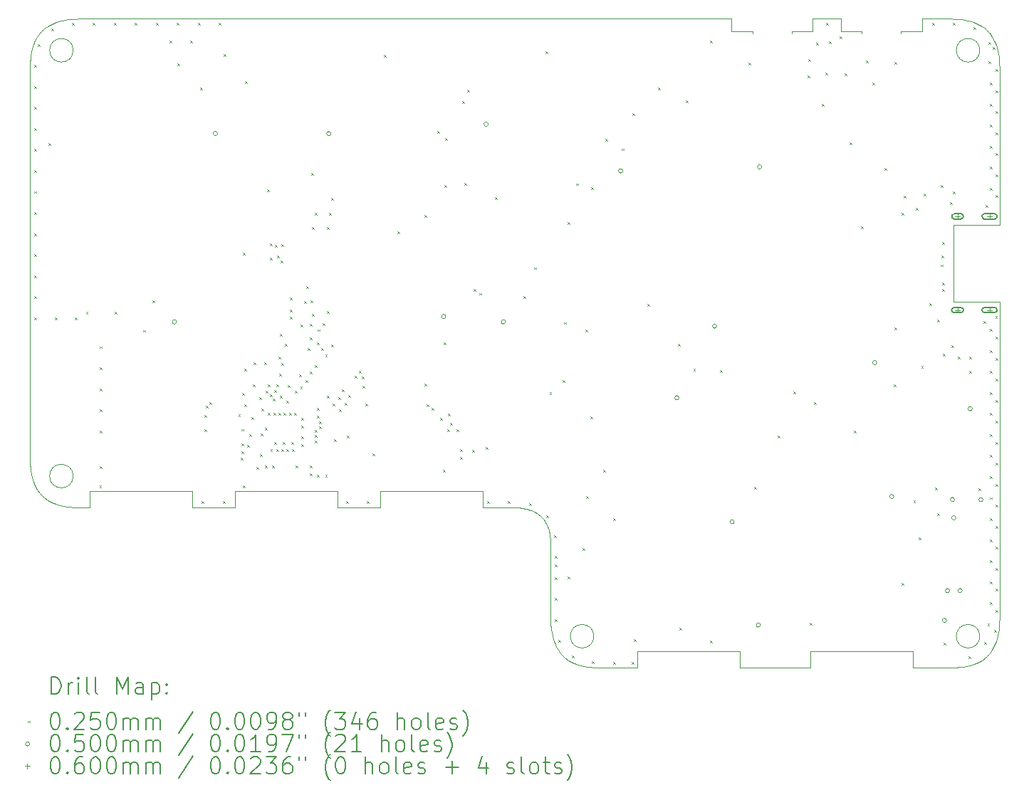
<source format=gbr>
%TF.GenerationSoftware,KiCad,Pcbnew,(6.0.11-0)*%
%TF.CreationDate,2023-02-16T18:45:55+08:00*%
%TF.ProjectId,Left,4c656674-2e6b-4696-9361-645f70636258,rev?*%
%TF.SameCoordinates,Original*%
%TF.FileFunction,Drillmap*%
%TF.FilePolarity,Positive*%
%FSLAX45Y45*%
G04 Gerber Fmt 4.5, Leading zero omitted, Abs format (unit mm)*
G04 Created by KiCad (PCBNEW (6.0.11-0)) date 2023-02-16 18:45:55*
%MOMM*%
%LPD*%
G01*
G04 APERTURE LIST*
%ADD10C,0.030000*%
%ADD11C,0.038100*%
%ADD12C,0.000100*%
%ADD13C,0.200000*%
%ADD14C,0.025000*%
%ADD15C,0.050000*%
%ADD16C,0.060000*%
G04 APERTURE END LIST*
D10*
X15741519Y-14283603D02*
X15735250Y-14277353D01*
D11*
X15472242Y-12617344D02*
X15481250Y-12626352D01*
X15562573Y-12759317D02*
X15570250Y-12784317D01*
D10*
X9660999Y-12454353D02*
X9613436Y-12427694D01*
D11*
X17992595Y-6851352D02*
X17992595Y-6876352D01*
D10*
X20920495Y-13973688D02*
X20909563Y-14033509D01*
D12*
X20694996Y-14046352D02*
G75*
G03*
X20694996Y-14046352I-140000J0D01*
G01*
D10*
X9531499Y-12359816D02*
X9537751Y-12366085D01*
X9488658Y-12302918D02*
X9519689Y-12346588D01*
X9402216Y-11994570D02*
X9406972Y-12047870D01*
D11*
X20006595Y-6701352D02*
X20006595Y-6851352D01*
D10*
X15922054Y-14386423D02*
X15913039Y-14383375D01*
X20716560Y-6790011D02*
X20760229Y-6821041D01*
X9462000Y-6962353D02*
X9488658Y-6914788D01*
D11*
X17742595Y-6701352D02*
X17742595Y-6851352D01*
X15591250Y-12944352D02*
X15591250Y-12956352D01*
D10*
X20867996Y-14160352D02*
X20841337Y-14207917D01*
X9409499Y-12068688D02*
X9420432Y-12128509D01*
X15913039Y-14383375D02*
X15904025Y-14380326D01*
X20471921Y-6709588D02*
X20482330Y-6710852D01*
X16113033Y-14419136D02*
X16059733Y-14414382D01*
X20920496Y-7149017D02*
X20909563Y-7089196D01*
X10107800Y-12516352D02*
X10107800Y-12316352D01*
D11*
X15541580Y-12709525D02*
X15547291Y-12721568D01*
D10*
X15591251Y-13821352D02*
X15593466Y-13899570D01*
D11*
X11835600Y-12316352D02*
X13055600Y-12316352D01*
D10*
X9677788Y-12461781D02*
X9660999Y-12454353D01*
X9409500Y-7149018D02*
X9420432Y-7089196D01*
D11*
X15481250Y-12626352D02*
X15490258Y-12635361D01*
X15398077Y-12566022D02*
X15413250Y-12574352D01*
D10*
X13055600Y-12516352D02*
X13055600Y-12316352D01*
D11*
X15557788Y-12746464D02*
X15562573Y-12759317D01*
D10*
X15869038Y-14366781D02*
X15852250Y-14359353D01*
D11*
X15201606Y-12517618D02*
X15217606Y-12518887D01*
X19042595Y-6851352D02*
X19292595Y-6851352D01*
D10*
X20923024Y-7169836D02*
X20921760Y-7159426D01*
D12*
X9915000Y-7076352D02*
G75*
G03*
X9915000Y-7076352I-140000J0D01*
G01*
D10*
X20461512Y-14414380D02*
X20471920Y-14413117D01*
X9730803Y-6736282D02*
X9721789Y-6739330D01*
D11*
X10107800Y-12316352D02*
X11327800Y-12316352D01*
D10*
X20895066Y-14090549D02*
X20892017Y-14099563D01*
X20408212Y-14419136D02*
X20461512Y-14414380D01*
X9847665Y-12506853D02*
X9787844Y-12495922D01*
X9858075Y-12508118D02*
X9847665Y-12506853D01*
D11*
X11327800Y-12516352D02*
X11835600Y-12516352D01*
X15533250Y-12694352D02*
X15525250Y-12681352D01*
D10*
X20779726Y-6839102D02*
X20785995Y-6845352D01*
X20798496Y-6857890D02*
X20792245Y-6851621D01*
D11*
X19292595Y-6851352D02*
X19292595Y-6876352D01*
D10*
X9712774Y-6742378D02*
X9677787Y-6755924D01*
X15599486Y-13963279D02*
X15600750Y-13973687D01*
D11*
X15217606Y-12518887D02*
X15248824Y-12522278D01*
X15462773Y-12608796D02*
X15445250Y-12595352D01*
D10*
X14783400Y-12516352D02*
X14783400Y-12316352D01*
D11*
X18706595Y-6701352D02*
X18706595Y-6851352D01*
X15431709Y-12585985D02*
X15445250Y-12595352D01*
D10*
X9406971Y-7169835D02*
X9408235Y-7159427D01*
X15804685Y-14332694D02*
X15761016Y-14301664D01*
X9531499Y-6857890D02*
X9537749Y-6851621D01*
X9550270Y-12378603D02*
X9544000Y-12372353D01*
X20798496Y-14264815D02*
X20792245Y-14271083D01*
D11*
X15585324Y-12858779D02*
X15583201Y-12843562D01*
X16624150Y-14221352D02*
X17844150Y-14221352D01*
D10*
X20927779Y-13899569D02*
X20923024Y-13952869D01*
X20766843Y-14295759D02*
X20773457Y-14289853D01*
X20810306Y-6871118D02*
X20804401Y-6864504D01*
X9721789Y-6739330D02*
X9712774Y-6742378D01*
D11*
X15323285Y-12537352D02*
X15348285Y-12545029D01*
D10*
X20599192Y-6736282D02*
X20608206Y-6739330D01*
X9563152Y-12390759D02*
X9556538Y-12384854D01*
X9434929Y-12185550D02*
X9437978Y-12194564D01*
X20542151Y-14400921D02*
X20599192Y-14386423D01*
X20923024Y-13952869D02*
X20921759Y-13963278D01*
X15761016Y-14301664D02*
X15754402Y-14295759D01*
X9408235Y-7159427D02*
X9409500Y-7149018D01*
X9420432Y-12128509D02*
X9434929Y-12185550D01*
X9556538Y-6832852D02*
X9550269Y-6839102D01*
D11*
X20329995Y-14421352D02*
X19897050Y-14421352D01*
X20929995Y-9151652D02*
X20380273Y-9151652D01*
D10*
X20841337Y-6914787D02*
X20810306Y-6871118D01*
D11*
X13055600Y-12516352D02*
X13563400Y-12516352D01*
X15285250Y-12528352D02*
X15264041Y-12524402D01*
D10*
X9847665Y-6710852D02*
X9787844Y-6721785D01*
X9519689Y-12346588D02*
X9525594Y-12353201D01*
D11*
X15583201Y-12843562D02*
X15579250Y-12822352D01*
D10*
X20909563Y-7089196D02*
X20895065Y-7032155D01*
X20773457Y-6832852D02*
X20779726Y-6839102D01*
X9437978Y-12194564D02*
X9441026Y-12203578D01*
X20617220Y-14380326D02*
X20652208Y-14366781D01*
X16624150Y-14421352D02*
X16624150Y-14221352D01*
X15979094Y-14400920D02*
X15922054Y-14386423D01*
X20482330Y-14411853D02*
X20542151Y-14400921D01*
X20888970Y-14108578D02*
X20875424Y-14143565D01*
D11*
X15386034Y-12560311D02*
X15398077Y-12566022D01*
D10*
X9613435Y-6790011D02*
X9569766Y-6821041D01*
D11*
X15361139Y-12549815D02*
X15386034Y-12560311D01*
D10*
X20608206Y-14383375D02*
X20617220Y-14380326D01*
X15747788Y-14289853D02*
X15741519Y-14283603D01*
X9441026Y-7014127D02*
X9454571Y-6979140D01*
D11*
X15196250Y-12517352D02*
X15163250Y-12516352D01*
D10*
X15598222Y-13952869D02*
X15599486Y-13963279D01*
D11*
X20929995Y-10066052D02*
X20380273Y-10066052D01*
D10*
X9868484Y-12509382D02*
X9858075Y-12508118D01*
X9712774Y-12475328D02*
X9677788Y-12461781D01*
D11*
X17742595Y-6851352D02*
X17992595Y-6851352D01*
D10*
X15632276Y-14108578D02*
X15645822Y-14143566D01*
X20909563Y-14033509D02*
X20895066Y-14090549D01*
D11*
X18456595Y-6851352D02*
X18706595Y-6851352D01*
D10*
X20921759Y-13963278D02*
X20920495Y-13973688D01*
X9525594Y-6864504D02*
X9531499Y-6857890D01*
D11*
X19756595Y-6851352D02*
X19756595Y-6876352D01*
X15472250Y-12617352D02*
X15462773Y-12608796D01*
X9400000Y-7301352D02*
X9400000Y-11916352D01*
D10*
X20617221Y-6742378D02*
X20652208Y-6755924D01*
X9787844Y-6721785D02*
X9730803Y-6736282D01*
X9787844Y-12495922D02*
X9730803Y-12481424D01*
D11*
X15196250Y-12517352D02*
X15201606Y-12517618D01*
X15588716Y-12889996D02*
X15589984Y-12905996D01*
D10*
X15600750Y-13973687D02*
X15611682Y-14033508D01*
D11*
X15348285Y-12545029D02*
X15361139Y-12549815D01*
D10*
X19897050Y-14421352D02*
X19897050Y-14221352D01*
X9721789Y-12478376D02*
X9712774Y-12475328D01*
X9537751Y-12366085D02*
X9544000Y-12372353D01*
X20892017Y-14099563D02*
X20888970Y-14108578D01*
D11*
X15574217Y-12800259D02*
X15579250Y-12822352D01*
X15533250Y-12694352D02*
X15541580Y-12709525D01*
D10*
X15629228Y-14099564D02*
X15632276Y-14108578D01*
X20875424Y-14143565D02*
X20867996Y-14160352D01*
X20716560Y-14332694D02*
X20760229Y-14301663D01*
X20599192Y-14386423D02*
X20608206Y-14383375D01*
X16059733Y-14414382D02*
X16049325Y-14413117D01*
X9454571Y-6979140D02*
X9462000Y-6962353D01*
X15679909Y-14207917D02*
X15710939Y-14251586D01*
X20766843Y-6826946D02*
X20773457Y-6832852D01*
X20929995Y-7301352D02*
X20927779Y-7223135D01*
D11*
X19042595Y-6701352D02*
X19042595Y-6851352D01*
X20929995Y-13821352D02*
X20929995Y-10066052D01*
D10*
X20792245Y-6851621D02*
X20785995Y-6845352D01*
D12*
X16106250Y-14046353D02*
G75*
G03*
X16106250Y-14046353I-140000J0D01*
G01*
D10*
X9858074Y-6709588D02*
X9847665Y-6710852D01*
D11*
X15521617Y-12675894D02*
X15525250Y-12681352D01*
D10*
X20929995Y-13821352D02*
X20927779Y-13899569D01*
X9408235Y-12058279D02*
X9409499Y-12068688D01*
X15722749Y-14264814D02*
X15729000Y-14271084D01*
X9488658Y-6914788D02*
X9519688Y-6871118D01*
X20668995Y-6763352D02*
X20716560Y-6790011D01*
X20921760Y-7159426D02*
X20920496Y-7149017D01*
X17844150Y-14421352D02*
X17844150Y-14221352D01*
X15593466Y-13899570D02*
X15598222Y-13952869D01*
X9420432Y-7089196D02*
X9434930Y-7032156D01*
X15710939Y-14251586D02*
X15716844Y-14258201D01*
X13563400Y-12516352D02*
X13563400Y-12316352D01*
D11*
X15547291Y-12721568D02*
X15557788Y-12746464D01*
D10*
X15626180Y-14090550D02*
X15629228Y-14099564D01*
D11*
X18456595Y-6851352D02*
X18456595Y-6876352D01*
D10*
X9730803Y-12481424D02*
X9721789Y-12478376D01*
X15754402Y-14295759D02*
X15747788Y-14289853D01*
X16049325Y-14413117D02*
X16038916Y-14411853D01*
X20652208Y-14366781D02*
X20668995Y-14359353D01*
X20760229Y-14301663D02*
X20766843Y-14295759D01*
X9563151Y-6826946D02*
X9556538Y-6832852D01*
X9921782Y-6703569D02*
X9868483Y-6708324D01*
D11*
X20380273Y-10066052D02*
X20380273Y-9151652D01*
D10*
X9462001Y-12255353D02*
X9488658Y-12302918D01*
D11*
X15589984Y-12905996D02*
X15590250Y-12911352D01*
X20929995Y-7301352D02*
X20929995Y-9151652D01*
X15426250Y-12582352D02*
X15431709Y-12585985D01*
D10*
X9437978Y-7023141D02*
X9441026Y-7014127D01*
D11*
X10000000Y-12516352D02*
X10107800Y-12516352D01*
X17742595Y-6701352D02*
X10000000Y-6701352D01*
D10*
X9441026Y-12203578D02*
X9454572Y-12238566D01*
X20867995Y-6962352D02*
X20841337Y-6914787D01*
X9677787Y-6755924D02*
X9661000Y-6763353D01*
X11327800Y-12516352D02*
X11327800Y-12316352D01*
X20461512Y-6708324D02*
X20471921Y-6709588D01*
X20542151Y-6721784D02*
X20599192Y-6736282D01*
X15716844Y-14258201D02*
X15722749Y-14264814D01*
X9550269Y-6839102D02*
X9544000Y-6845353D01*
X20471920Y-14413117D02*
X20482330Y-14411853D01*
D11*
X15574217Y-12800259D02*
X15570250Y-12784352D01*
X15151250Y-12516352D02*
X14783400Y-12516352D01*
D10*
X9613436Y-12427694D02*
X9569766Y-12396664D01*
X11835600Y-12516352D02*
X11835600Y-12316352D01*
X20329995Y-6701352D02*
X20408212Y-6703568D01*
X20329995Y-14421353D02*
X20408212Y-14419136D01*
D11*
X15591250Y-12944352D02*
X15590250Y-12911352D01*
D10*
X20888969Y-7014127D02*
X20875424Y-6979139D01*
D11*
X18677050Y-14221352D02*
X19897050Y-14221352D01*
D10*
X20482330Y-6710852D02*
X20542151Y-6721784D01*
D11*
X19756595Y-6851352D02*
X20006595Y-6851352D01*
X16624150Y-14421352D02*
X16191250Y-14421352D01*
D10*
X15653250Y-14160352D02*
X15679909Y-14207917D01*
D11*
X15512250Y-12662352D02*
X15498806Y-12644830D01*
D10*
X15611682Y-14033508D02*
X15626180Y-14090550D01*
X16038916Y-14411853D02*
X15979094Y-14400920D01*
X20608206Y-6739330D02*
X20617221Y-6742378D01*
X20760229Y-6821041D02*
X20766843Y-6826946D01*
X20804401Y-6864504D02*
X20798496Y-6857890D01*
X20652208Y-6755924D02*
X20668995Y-6763352D01*
D11*
X15151250Y-12516352D02*
X15163250Y-12516352D01*
D10*
X20875424Y-6979139D02*
X20867995Y-6962352D01*
X16191250Y-14421352D02*
X16113033Y-14419136D01*
X15904025Y-14380326D02*
X15869038Y-14366781D01*
X9537749Y-6851621D02*
X9544000Y-6845353D01*
X15852250Y-14359353D02*
X15804685Y-14332694D01*
X9569766Y-12396664D02*
X9563152Y-12390759D01*
D11*
X15285250Y-12528352D02*
X15307343Y-12533385D01*
X13563400Y-12316352D02*
X14783400Y-12316352D01*
D10*
X20329995Y-6701352D02*
X20006595Y-6701352D01*
X19042595Y-6701352D02*
X18706595Y-6701352D01*
X20810307Y-14251587D02*
X20804400Y-14258201D01*
X20927779Y-7223135D02*
X20923024Y-7169836D01*
X9569766Y-6821041D02*
X9563151Y-6826946D01*
X9556538Y-12384854D02*
X9550270Y-12378603D01*
D11*
X15426250Y-12582352D02*
X15413250Y-12574352D01*
D10*
X20408212Y-6703568D02*
X20461512Y-6708324D01*
X20773457Y-14289853D02*
X20779726Y-14283603D01*
X18677050Y-14421352D02*
X18677050Y-14221352D01*
X20895065Y-7032155D02*
X20892017Y-7023141D01*
D11*
X15512250Y-12662352D02*
X15521617Y-12675894D01*
X15585324Y-12858779D02*
X15588716Y-12889996D01*
D10*
X9454572Y-12238566D02*
X9462001Y-12255353D01*
X9400000Y-7301352D02*
X9402216Y-7223135D01*
X10000000Y-12516352D02*
X9921784Y-12514138D01*
X9434930Y-7032156D02*
X9437978Y-7023141D01*
X9868483Y-6708324D02*
X9858074Y-6709588D01*
X15729000Y-14271084D02*
X15735250Y-14277353D01*
X9402216Y-7223135D02*
X9406971Y-7169835D01*
X15645822Y-14143566D02*
X15653250Y-14160352D01*
X20804400Y-14258201D02*
X20798496Y-14264815D01*
X20779726Y-14283603D02*
X20785995Y-14277352D01*
X20668995Y-14359353D02*
X20716560Y-14332694D01*
D11*
X15323250Y-12537352D02*
X15307343Y-12533385D01*
D10*
X20792245Y-14271083D02*
X20785995Y-14277352D01*
X9519688Y-6871118D02*
X9525594Y-6864504D01*
D11*
X15264041Y-12524402D02*
X15248824Y-12522278D01*
D10*
X9406972Y-12047870D02*
X9408235Y-12058279D01*
X10000000Y-6701353D02*
X9921782Y-6703569D01*
X9661000Y-6763353D02*
X9613435Y-6790011D01*
X20892017Y-7023141D02*
X20888969Y-7014127D01*
X9921784Y-12514138D02*
X9868484Y-12509382D01*
D12*
X20694995Y-7076351D02*
G75*
G03*
X20694995Y-7076351I-140000J0D01*
G01*
D10*
X9400000Y-11916353D02*
X9402216Y-11994570D01*
D11*
X15591250Y-13821352D02*
X15591250Y-12956352D01*
X15498806Y-12644830D02*
X15490250Y-12635352D01*
X17844150Y-14421352D02*
X18677050Y-14421352D01*
D10*
X20841337Y-14207917D02*
X20810307Y-14251587D01*
D12*
X9915000Y-12141353D02*
G75*
G03*
X9915000Y-12141353I-140000J0D01*
G01*
D10*
X9525594Y-12353201D02*
X9531499Y-12359816D01*
D13*
D14*
X9447929Y-7501684D02*
X9472929Y-7526684D01*
X9472929Y-7501684D02*
X9447929Y-7526684D01*
X9447929Y-7751684D02*
X9472929Y-7776684D01*
X9472929Y-7751684D02*
X9447929Y-7776684D01*
X9447929Y-8001684D02*
X9472929Y-8026684D01*
X9472929Y-8001684D02*
X9447929Y-8026684D01*
X9447929Y-8251684D02*
X9472929Y-8276684D01*
X9472929Y-8251684D02*
X9447929Y-8276684D01*
X9447929Y-8501685D02*
X9472929Y-8526685D01*
X9472929Y-8501685D02*
X9447929Y-8526685D01*
X9447929Y-8751685D02*
X9472929Y-8776685D01*
X9472929Y-8751685D02*
X9447929Y-8776685D01*
X9447929Y-9001685D02*
X9472929Y-9026685D01*
X9472929Y-9001685D02*
X9447929Y-9026685D01*
X9447929Y-9251685D02*
X9472929Y-9276685D01*
X9472929Y-9251685D02*
X9447929Y-9276685D01*
X9447929Y-9501685D02*
X9472929Y-9526685D01*
X9472929Y-9501685D02*
X9447929Y-9526685D01*
X9447929Y-9751685D02*
X9472929Y-9776685D01*
X9472929Y-9751685D02*
X9447929Y-9776685D01*
X9447929Y-10001685D02*
X9472929Y-10026685D01*
X9472929Y-10001685D02*
X9447929Y-10026685D01*
X9447929Y-10251685D02*
X9472929Y-10276685D01*
X9472929Y-10251685D02*
X9447929Y-10276685D01*
X9449500Y-7251684D02*
X9474500Y-7276684D01*
X9474500Y-7251684D02*
X9449500Y-7276684D01*
X9491500Y-7005500D02*
X9516500Y-7030500D01*
X9516500Y-7005500D02*
X9491500Y-7030500D01*
X9621500Y-8177500D02*
X9646500Y-8202500D01*
X9646500Y-8177500D02*
X9621500Y-8202500D01*
X9654915Y-6816752D02*
X9679915Y-6841752D01*
X9679915Y-6816752D02*
X9654915Y-6841752D01*
X9697929Y-10251685D02*
X9722929Y-10276685D01*
X9722929Y-10251685D02*
X9697929Y-10276685D01*
X9896518Y-6752977D02*
X9921518Y-6777977D01*
X9921518Y-6752977D02*
X9896518Y-6777977D01*
X9937500Y-10251685D02*
X9962500Y-10276685D01*
X9962500Y-10251685D02*
X9937500Y-10276685D01*
X10065500Y-10187500D02*
X10090500Y-10212500D01*
X10090500Y-10187500D02*
X10065500Y-10212500D01*
X10146518Y-6749294D02*
X10171518Y-6774294D01*
X10171518Y-6749294D02*
X10146518Y-6774294D01*
X10226500Y-12253902D02*
X10251500Y-12278902D01*
X10251500Y-12253902D02*
X10226500Y-12278902D01*
X10227500Y-10597500D02*
X10252500Y-10622500D01*
X10252500Y-10597500D02*
X10227500Y-10622500D01*
X10227500Y-10847500D02*
X10252500Y-10872500D01*
X10252500Y-10847500D02*
X10227500Y-10872500D01*
X10227500Y-11097500D02*
X10252500Y-11122500D01*
X10252500Y-11097500D02*
X10227500Y-11122500D01*
X10227500Y-11347500D02*
X10252500Y-11372500D01*
X10252500Y-11347500D02*
X10227500Y-11372500D01*
X10227500Y-11597500D02*
X10252500Y-11622500D01*
X10252500Y-11597500D02*
X10227500Y-11622500D01*
X10227500Y-12022500D02*
X10252500Y-12047500D01*
X10252500Y-12022500D02*
X10227500Y-12047500D01*
X10396518Y-6749294D02*
X10421518Y-6774294D01*
X10421518Y-6749294D02*
X10396518Y-6774294D01*
X10407781Y-10185981D02*
X10432781Y-10210981D01*
X10432781Y-10185981D02*
X10407781Y-10210981D01*
X10646518Y-6749294D02*
X10671518Y-6774294D01*
X10671518Y-6749294D02*
X10646518Y-6774294D01*
X10745751Y-10402526D02*
X10770751Y-10427526D01*
X10770751Y-10402526D02*
X10745751Y-10427526D01*
X10859001Y-10049674D02*
X10884001Y-10074674D01*
X10884001Y-10049674D02*
X10859001Y-10074674D01*
X10896518Y-6749294D02*
X10921518Y-6774294D01*
X10921518Y-6749294D02*
X10896518Y-6774294D01*
X11057500Y-6957500D02*
X11082500Y-6982500D01*
X11082500Y-6957500D02*
X11057500Y-6982500D01*
X11146518Y-6749294D02*
X11171518Y-6774294D01*
X11171518Y-6749294D02*
X11146518Y-6774294D01*
X11153094Y-7235687D02*
X11178094Y-7260687D01*
X11178094Y-7235687D02*
X11153094Y-7260687D01*
X11307500Y-6957500D02*
X11332500Y-6982500D01*
X11332500Y-6957500D02*
X11307500Y-6982500D01*
X11396518Y-6749294D02*
X11421518Y-6774294D01*
X11421518Y-6749294D02*
X11396518Y-6774294D01*
X11428162Y-7518985D02*
X11453162Y-7543985D01*
X11453162Y-7518985D02*
X11428162Y-7543985D01*
X11442500Y-12442500D02*
X11467500Y-12467500D01*
X11467500Y-12442500D02*
X11442500Y-12467500D01*
X11477500Y-11417500D02*
X11502500Y-11442500D01*
X11502500Y-11417500D02*
X11477500Y-11442500D01*
X11477500Y-11587500D02*
X11502500Y-11612500D01*
X11502500Y-11587500D02*
X11477500Y-11612500D01*
X11489096Y-11304213D02*
X11514096Y-11329213D01*
X11514096Y-11304213D02*
X11489096Y-11329213D01*
X11537500Y-11265550D02*
X11562500Y-11290550D01*
X11562500Y-11265550D02*
X11537500Y-11290550D01*
X11646518Y-6749294D02*
X11671518Y-6774294D01*
X11671518Y-6749294D02*
X11646518Y-6774294D01*
X11692500Y-12442500D02*
X11717500Y-12467500D01*
X11717500Y-12442500D02*
X11692500Y-12467500D01*
X11703500Y-7125500D02*
X11728500Y-7150500D01*
X11728500Y-7125500D02*
X11703500Y-7150500D01*
X11877500Y-11404404D02*
X11902500Y-11429404D01*
X11902500Y-11404404D02*
X11877500Y-11429404D01*
X11909500Y-11921500D02*
X11934500Y-11946500D01*
X11934500Y-11921500D02*
X11909500Y-11946500D01*
X11911500Y-11842500D02*
X11936500Y-11867500D01*
X11936500Y-11842500D02*
X11911500Y-11867500D01*
X11912500Y-11753500D02*
X11937500Y-11778500D01*
X11937500Y-11753500D02*
X11912500Y-11778500D01*
X11913500Y-11579500D02*
X11938500Y-11604500D01*
X11938500Y-11579500D02*
X11913500Y-11604500D01*
X11927500Y-11155500D02*
X11952500Y-11180500D01*
X11952500Y-11155500D02*
X11927500Y-11180500D01*
X11933015Y-9481106D02*
X11958015Y-9506106D01*
X11958015Y-9481106D02*
X11933015Y-9506106D01*
X11933500Y-12251500D02*
X11958500Y-12276500D01*
X11958500Y-12251500D02*
X11933500Y-12276500D01*
X11947500Y-10865500D02*
X11972500Y-10890500D01*
X11972500Y-10865500D02*
X11947500Y-10890500D01*
X11947903Y-11288552D02*
X11972903Y-11313552D01*
X11972903Y-11288552D02*
X11947903Y-11313552D01*
X11955103Y-7443614D02*
X11980103Y-7468614D01*
X11980103Y-7443614D02*
X11955103Y-7468614D01*
X11980319Y-11773484D02*
X12005319Y-11798484D01*
X12005319Y-11773484D02*
X11980319Y-11798484D01*
X12011500Y-11646450D02*
X12036500Y-11671450D01*
X12036500Y-11646450D02*
X12011500Y-11671450D01*
X12034791Y-11436027D02*
X12059791Y-11461027D01*
X12059791Y-11436027D02*
X12034791Y-11461027D01*
X12048190Y-11053450D02*
X12073190Y-11078450D01*
X12073190Y-11053450D02*
X12048190Y-11078450D01*
X12060000Y-10789420D02*
X12085000Y-10814420D01*
X12085000Y-10789420D02*
X12060000Y-10814420D01*
X12093050Y-12030500D02*
X12118050Y-12055500D01*
X12118050Y-12030500D02*
X12093050Y-12055500D01*
X12130499Y-11206500D02*
X12155499Y-11231500D01*
X12155499Y-11206500D02*
X12130499Y-11231500D01*
X12137500Y-11879500D02*
X12162500Y-11904500D01*
X12162500Y-11879500D02*
X12137500Y-11904500D01*
X12144500Y-11634500D02*
X12169500Y-11659500D01*
X12169500Y-11634500D02*
X12144500Y-11659500D01*
X12153912Y-11337007D02*
X12178912Y-11362007D01*
X12178912Y-11337007D02*
X12153912Y-11362007D01*
X12190000Y-10789420D02*
X12215000Y-10814420D01*
X12215000Y-10789420D02*
X12190000Y-10814420D01*
X12191550Y-11566902D02*
X12216550Y-11591902D01*
X12216550Y-11566902D02*
X12191550Y-11591902D01*
X12192500Y-12019500D02*
X12217500Y-12044500D01*
X12217500Y-12019500D02*
X12192500Y-12044500D01*
X12206503Y-11126865D02*
X12231503Y-11151865D01*
X12231503Y-11126865D02*
X12206503Y-11151865D01*
X12221143Y-8727339D02*
X12246143Y-8752339D01*
X12246143Y-8727339D02*
X12221143Y-8752339D01*
X12228500Y-11051500D02*
X12253500Y-11076500D01*
X12253500Y-11051500D02*
X12228500Y-11076500D01*
X12231005Y-11390550D02*
X12256005Y-11415550D01*
X12256005Y-11390550D02*
X12231005Y-11415550D01*
X12250500Y-9372500D02*
X12275500Y-9397500D01*
X12275500Y-9372500D02*
X12250500Y-9397500D01*
X12250502Y-11170476D02*
X12275502Y-11195476D01*
X12275502Y-11170476D02*
X12250502Y-11195476D01*
X12255500Y-9539500D02*
X12280500Y-9564500D01*
X12280500Y-9539500D02*
X12255500Y-9564500D01*
X12258500Y-11824450D02*
X12283500Y-11849450D01*
X12283500Y-11824450D02*
X12258500Y-11849450D01*
X12277500Y-12019500D02*
X12302500Y-12044500D01*
X12302500Y-12019500D02*
X12277500Y-12044500D01*
X12285500Y-11222500D02*
X12310500Y-11247500D01*
X12310500Y-11222500D02*
X12285500Y-11247500D01*
X12292956Y-11390550D02*
X12317956Y-11415550D01*
X12317956Y-11390550D02*
X12292956Y-11415550D01*
X12305500Y-11119500D02*
X12330500Y-11144500D01*
X12330500Y-11119500D02*
X12305500Y-11144500D01*
X12308550Y-11737500D02*
X12333550Y-11762500D01*
X12333550Y-11737500D02*
X12308550Y-11762500D01*
X12310519Y-9394519D02*
X12335519Y-9419519D01*
X12335519Y-9394519D02*
X12310519Y-9419519D01*
X12328249Y-11824450D02*
X12353249Y-11849450D01*
X12353249Y-11824450D02*
X12328249Y-11849450D01*
X12331350Y-11051550D02*
X12356350Y-11076550D01*
X12356350Y-11051550D02*
X12331350Y-11076550D01*
X12342146Y-9515197D02*
X12367146Y-9540197D01*
X12367146Y-9515197D02*
X12342146Y-9540197D01*
X12354906Y-11390550D02*
X12379906Y-11415550D01*
X12379906Y-11390550D02*
X12354906Y-11415550D01*
X12359500Y-10720500D02*
X12384500Y-10745500D01*
X12384500Y-10720500D02*
X12359500Y-10745500D01*
X12362500Y-10919500D02*
X12387500Y-10944500D01*
X12387500Y-10919500D02*
X12362500Y-10944500D01*
X12370610Y-11186126D02*
X12395610Y-11211126D01*
X12395610Y-11186126D02*
X12370610Y-11211126D01*
X12373500Y-10452500D02*
X12398500Y-10477500D01*
X12398500Y-10452500D02*
X12373500Y-10477500D01*
X12381695Y-9573750D02*
X12406695Y-9598750D01*
X12406695Y-9573750D02*
X12381695Y-9598750D01*
X12390199Y-11824450D02*
X12415199Y-11849450D01*
X12415199Y-11824450D02*
X12390199Y-11849450D01*
X12390932Y-10797218D02*
X12415932Y-10822218D01*
X12415932Y-10797218D02*
X12390932Y-10822218D01*
X12391500Y-9379500D02*
X12416500Y-9404500D01*
X12416500Y-9379500D02*
X12391500Y-9404500D01*
X12408550Y-11737500D02*
X12433550Y-11762500D01*
X12433550Y-11737500D02*
X12408550Y-11762500D01*
X12416856Y-11390550D02*
X12441856Y-11415550D01*
X12441856Y-11390550D02*
X12416856Y-11415550D01*
X12430426Y-10564572D02*
X12455426Y-10589572D01*
X12455426Y-10564572D02*
X12430426Y-10589572D01*
X12448656Y-11244038D02*
X12473656Y-11269038D01*
X12473656Y-11244038D02*
X12448656Y-11269038D01*
X12452150Y-11824450D02*
X12477150Y-11849450D01*
X12477150Y-11824450D02*
X12452150Y-11849450D01*
X12467500Y-11057500D02*
X12492500Y-11082500D01*
X12492500Y-11057500D02*
X12467500Y-11082500D01*
X12478806Y-11390550D02*
X12503806Y-11415550D01*
X12503806Y-11390550D02*
X12478806Y-11415550D01*
X12490500Y-10014500D02*
X12515500Y-10039500D01*
X12515500Y-10014500D02*
X12490500Y-10039500D01*
X12490500Y-10157500D02*
X12515500Y-10182500D01*
X12515500Y-10157500D02*
X12490500Y-10182500D01*
X12494500Y-10247500D02*
X12519500Y-10272500D01*
X12519500Y-10247500D02*
X12494500Y-10272500D01*
X12508550Y-11737500D02*
X12533550Y-11762500D01*
X12533550Y-11737500D02*
X12508550Y-11762500D01*
X12514100Y-11824450D02*
X12539100Y-11849450D01*
X12539100Y-11824450D02*
X12514100Y-11849450D01*
X12543500Y-11390550D02*
X12568500Y-11415550D01*
X12568500Y-11390550D02*
X12543500Y-11415550D01*
X12554500Y-11123500D02*
X12579500Y-11148500D01*
X12579500Y-11123500D02*
X12554500Y-11148500D01*
X12557500Y-12014000D02*
X12582500Y-12039000D01*
X12582500Y-12014000D02*
X12557500Y-12039000D01*
X12599362Y-10931938D02*
X12624362Y-10956938D01*
X12624362Y-10931938D02*
X12599362Y-10956938D01*
X12613893Y-11072755D02*
X12638893Y-11097755D01*
X12638893Y-11072755D02*
X12613893Y-11097755D01*
X12614838Y-10343015D02*
X12639838Y-10368015D01*
X12639838Y-10343015D02*
X12614838Y-10368015D01*
X12625500Y-11446500D02*
X12650500Y-11471500D01*
X12650500Y-11446500D02*
X12625500Y-11471500D01*
X12625500Y-11668500D02*
X12650500Y-11693500D01*
X12650500Y-11668500D02*
X12625500Y-11693500D01*
X12625500Y-11763500D02*
X12650500Y-11788500D01*
X12650500Y-11763500D02*
X12625500Y-11788500D01*
X12628500Y-11543500D02*
X12653500Y-11568500D01*
X12653500Y-11543500D02*
X12628500Y-11568500D01*
X12664265Y-10060011D02*
X12689265Y-10085011D01*
X12689265Y-10060011D02*
X12664265Y-10085011D01*
X12677500Y-10997500D02*
X12702500Y-11022500D01*
X12702500Y-10997500D02*
X12677500Y-11022500D01*
X12685000Y-9885350D02*
X12710000Y-9910350D01*
X12710000Y-9885350D02*
X12685000Y-9910350D01*
X12705450Y-10620500D02*
X12730450Y-10645500D01*
X12730450Y-10620500D02*
X12705450Y-10645500D01*
X12724718Y-10901568D02*
X12749718Y-10926568D01*
X12749718Y-10901568D02*
X12724718Y-10926568D01*
X12725000Y-10492621D02*
X12750000Y-10517621D01*
X12750000Y-10492621D02*
X12725000Y-10517621D01*
X12727480Y-10330549D02*
X12752480Y-10355549D01*
X12752480Y-10330549D02*
X12727480Y-10355549D01*
X12727500Y-12014500D02*
X12752500Y-12039500D01*
X12752500Y-12014500D02*
X12727500Y-12039500D01*
X12727500Y-12110500D02*
X12752500Y-12135500D01*
X12752500Y-12110500D02*
X12727500Y-12135500D01*
X12737825Y-10049313D02*
X12762825Y-10074313D01*
X12762825Y-10049313D02*
X12737825Y-10074313D01*
X12743070Y-8538523D02*
X12768070Y-8563523D01*
X12768070Y-8538523D02*
X12743070Y-8563523D01*
X12755500Y-10213500D02*
X12780500Y-10238500D01*
X12780500Y-10213500D02*
X12755500Y-10238500D01*
X12757500Y-9177500D02*
X12782500Y-9202500D01*
X12782500Y-9177500D02*
X12757500Y-9202500D01*
X12787500Y-9007500D02*
X12812500Y-9032500D01*
X12812500Y-9007500D02*
X12787500Y-9032500D01*
X12787500Y-11655500D02*
X12812500Y-11680500D01*
X12812500Y-11655500D02*
X12787500Y-11680500D01*
X12787500Y-11717450D02*
X12812500Y-11742450D01*
X12812500Y-11717450D02*
X12787500Y-11742450D01*
X12789328Y-11590274D02*
X12814328Y-11615274D01*
X12814328Y-11590274D02*
X12789328Y-11615274D01*
X12790282Y-10823432D02*
X12815282Y-10848432D01*
X12815282Y-10823432D02*
X12790282Y-10848432D01*
X12812500Y-10553050D02*
X12837500Y-10578050D01*
X12837500Y-10553050D02*
X12812500Y-10578050D01*
X12814500Y-12127500D02*
X12839500Y-12152500D01*
X12839500Y-12127500D02*
X12814500Y-12152500D01*
X12815550Y-11422500D02*
X12840550Y-11447500D01*
X12840550Y-11422500D02*
X12815550Y-11447500D01*
X12816500Y-11331500D02*
X12841500Y-11356500D01*
X12841500Y-11331500D02*
X12816500Y-11356500D01*
X12821646Y-10394270D02*
X12846646Y-10419270D01*
X12846646Y-10394270D02*
X12821646Y-10419270D01*
X12837306Y-11551083D02*
X12862306Y-11576083D01*
X12862306Y-11551083D02*
X12837306Y-11576083D01*
X12840662Y-11489224D02*
X12865662Y-11514224D01*
X12865662Y-11489224D02*
X12840662Y-11514224D01*
X12865890Y-10620500D02*
X12890890Y-10645500D01*
X12890890Y-10620500D02*
X12865890Y-10645500D01*
X12883354Y-10320730D02*
X12908354Y-10345730D01*
X12908354Y-10320730D02*
X12883354Y-10345730D01*
X12910340Y-10690849D02*
X12935340Y-10715849D01*
X12935340Y-10690849D02*
X12910340Y-10715849D01*
X12910500Y-12127500D02*
X12935500Y-12152500D01*
X12935500Y-12127500D02*
X12910500Y-12152500D01*
X12927500Y-9177500D02*
X12952500Y-9202500D01*
X12952500Y-9177500D02*
X12927500Y-9202500D01*
X12930500Y-11182500D02*
X12955500Y-11207500D01*
X12955500Y-11182500D02*
X12930500Y-11207500D01*
X12931500Y-10181500D02*
X12956500Y-10206500D01*
X12956500Y-10181500D02*
X12931500Y-10206500D01*
X12957500Y-9007500D02*
X12982500Y-9032500D01*
X12982500Y-9007500D02*
X12957500Y-9032500D01*
X12980137Y-8830701D02*
X13005137Y-8855701D01*
X13005137Y-8830701D02*
X12980137Y-8855701D01*
X12982500Y-10576500D02*
X13007500Y-10601500D01*
X13007500Y-10576500D02*
X12982500Y-10601500D01*
X13000874Y-11275400D02*
X13025874Y-11300400D01*
X13025874Y-11275400D02*
X13000874Y-11300400D01*
X13017500Y-11698500D02*
X13042500Y-11723500D01*
X13042500Y-11698500D02*
X13017500Y-11723500D01*
X13069126Y-11199600D02*
X13094126Y-11224600D01*
X13094126Y-11199600D02*
X13069126Y-11224600D01*
X13075874Y-11342900D02*
X13100874Y-11367900D01*
X13100874Y-11342900D02*
X13075874Y-11367900D01*
X13110730Y-11111646D02*
X13135730Y-11136646D01*
X13135730Y-11111646D02*
X13110730Y-11136646D01*
X13144126Y-11267100D02*
X13169126Y-11292100D01*
X13169126Y-11267100D02*
X13144126Y-11292100D01*
X13157500Y-12442500D02*
X13182500Y-12467500D01*
X13182500Y-12442500D02*
X13157500Y-12467500D01*
X13170500Y-11663250D02*
X13195500Y-11688250D01*
X13195500Y-11663250D02*
X13170500Y-11688250D01*
X13184270Y-11173354D02*
X13209270Y-11198354D01*
X13209270Y-11173354D02*
X13184270Y-11198354D01*
X13265500Y-10950500D02*
X13290500Y-10975500D01*
X13290500Y-10950500D02*
X13265500Y-10975500D01*
X13313500Y-10893500D02*
X13338500Y-10918500D01*
X13338500Y-10893500D02*
X13313500Y-10918500D01*
X13344500Y-10958500D02*
X13369500Y-10983500D01*
X13369500Y-10958500D02*
X13344500Y-10983500D01*
X13352316Y-11069477D02*
X13377316Y-11094477D01*
X13377316Y-11069477D02*
X13352316Y-11094477D01*
X13388814Y-11280928D02*
X13413814Y-11305928D01*
X13413814Y-11280928D02*
X13388814Y-11305928D01*
X13407500Y-12442500D02*
X13432500Y-12467500D01*
X13432500Y-12442500D02*
X13407500Y-12467500D01*
X13471500Y-11868500D02*
X13496500Y-11893500D01*
X13496500Y-11868500D02*
X13471500Y-11893500D01*
X13609500Y-7128500D02*
X13634500Y-7153500D01*
X13634500Y-7128500D02*
X13609500Y-7153500D01*
X13767500Y-9230500D02*
X13792500Y-9255500D01*
X13792500Y-9230500D02*
X13767500Y-9255500D01*
X14088500Y-9036500D02*
X14113500Y-9061500D01*
X14113500Y-9036500D02*
X14088500Y-9061500D01*
X14089221Y-11041831D02*
X14114221Y-11066831D01*
X14114221Y-11041831D02*
X14089221Y-11066831D01*
X14119699Y-11284500D02*
X14144699Y-11309500D01*
X14144699Y-11284500D02*
X14119699Y-11309500D01*
X14178036Y-11333500D02*
X14203036Y-11358500D01*
X14203036Y-11333500D02*
X14178036Y-11358500D01*
X14247500Y-8032500D02*
X14272500Y-8057500D01*
X14272500Y-8032500D02*
X14247500Y-8057500D01*
X14275462Y-11444711D02*
X14300462Y-11469711D01*
X14300462Y-11444711D02*
X14275462Y-11469711D01*
X14313804Y-12066350D02*
X14338804Y-12091350D01*
X14338804Y-12066350D02*
X14313804Y-12091350D01*
X14322500Y-10554500D02*
X14347500Y-10579500D01*
X14347500Y-10554500D02*
X14322500Y-10579500D01*
X14332530Y-8683443D02*
X14357530Y-8708443D01*
X14357530Y-8683443D02*
X14332530Y-8708443D01*
X14337500Y-8122500D02*
X14362500Y-8147500D01*
X14362500Y-8122500D02*
X14337500Y-8147500D01*
X14359538Y-11580289D02*
X14384538Y-11605289D01*
X14384538Y-11580289D02*
X14359538Y-11605289D01*
X14373392Y-11397904D02*
X14398392Y-11422904D01*
X14398392Y-11397904D02*
X14373392Y-11422904D01*
X14396799Y-11503891D02*
X14421799Y-11528891D01*
X14421799Y-11503891D02*
X14396799Y-11528891D01*
X14469171Y-11586475D02*
X14494171Y-11611475D01*
X14494171Y-11586475D02*
X14469171Y-11611475D01*
X14513681Y-11913819D02*
X14538681Y-11938819D01*
X14538681Y-11913819D02*
X14513681Y-11938819D01*
X14516500Y-11824500D02*
X14541500Y-11849500D01*
X14541500Y-11824500D02*
X14516500Y-11849500D01*
X14537500Y-7677500D02*
X14562500Y-7702500D01*
X14562500Y-7677500D02*
X14537500Y-7702500D01*
X14562523Y-8651760D02*
X14587523Y-8676760D01*
X14587523Y-8651760D02*
X14562523Y-8676760D01*
X14597500Y-7542500D02*
X14622500Y-7567500D01*
X14622500Y-7542500D02*
X14597500Y-7567500D01*
X14657105Y-11827895D02*
X14682105Y-11852895D01*
X14682105Y-11827895D02*
X14657105Y-11852895D01*
X14674500Y-9916500D02*
X14699500Y-9941500D01*
X14699500Y-9916500D02*
X14674500Y-9941500D01*
X14741500Y-9962500D02*
X14766500Y-9987500D01*
X14766500Y-9962500D02*
X14741500Y-9987500D01*
X14818500Y-11798500D02*
X14843500Y-11823500D01*
X14843500Y-11798500D02*
X14818500Y-11823500D01*
X14832500Y-12442500D02*
X14857500Y-12467500D01*
X14857500Y-12442500D02*
X14832500Y-12467500D01*
X14933013Y-8825074D02*
X14958013Y-8850074D01*
X14958013Y-8825074D02*
X14933013Y-8850074D01*
X15082500Y-12442500D02*
X15107500Y-12467500D01*
X15107500Y-12442500D02*
X15082500Y-12467500D01*
X15265303Y-9999889D02*
X15290303Y-10024889D01*
X15290303Y-9999889D02*
X15265303Y-10024889D01*
X15332500Y-12467500D02*
X15357500Y-12492500D01*
X15357500Y-12467500D02*
X15332500Y-12492500D01*
X15392909Y-9657756D02*
X15417909Y-9682756D01*
X15417909Y-9657756D02*
X15392909Y-9682756D01*
X15532500Y-7089500D02*
X15557500Y-7114500D01*
X15557500Y-7089500D02*
X15532500Y-7114500D01*
X15542500Y-12607500D02*
X15567500Y-12632500D01*
X15567500Y-12607500D02*
X15542500Y-12632500D01*
X15577500Y-11147500D02*
X15602500Y-11172500D01*
X15602500Y-11147500D02*
X15577500Y-11172500D01*
X15632500Y-12842500D02*
X15657500Y-12867500D01*
X15657500Y-12842500D02*
X15632500Y-12867500D01*
X15638500Y-13188500D02*
X15663500Y-13213500D01*
X15663500Y-13188500D02*
X15638500Y-13213500D01*
X15639346Y-13092374D02*
X15664346Y-13117374D01*
X15664346Y-13092374D02*
X15639346Y-13117374D01*
X15639346Y-13342374D02*
X15664346Y-13367374D01*
X15664346Y-13342374D02*
X15639346Y-13367374D01*
X15639346Y-13592374D02*
X15664346Y-13617374D01*
X15664346Y-13592374D02*
X15639346Y-13617374D01*
X15639346Y-13842374D02*
X15664346Y-13867374D01*
X15664346Y-13842374D02*
X15639346Y-13867374D01*
X15681692Y-14088694D02*
X15706692Y-14113694D01*
X15706692Y-14088694D02*
X15681692Y-14113694D01*
X15736500Y-11001500D02*
X15761500Y-11026500D01*
X15761500Y-11001500D02*
X15736500Y-11026500D01*
X15752500Y-10309500D02*
X15777500Y-10334500D01*
X15777500Y-10309500D02*
X15752500Y-10334500D01*
X15790469Y-9118280D02*
X15815469Y-9143280D01*
X15815469Y-9118280D02*
X15790469Y-9143280D01*
X15791190Y-13340027D02*
X15816190Y-13365027D01*
X15816190Y-13340027D02*
X15791190Y-13365027D01*
X15843526Y-14279472D02*
X15868526Y-14304472D01*
X15868526Y-14279472D02*
X15843526Y-14304472D01*
X15896500Y-8658500D02*
X15921500Y-8683500D01*
X15921500Y-8658500D02*
X15896500Y-8683500D01*
X15972500Y-12994500D02*
X15997500Y-13019500D01*
X15997500Y-12994500D02*
X15972500Y-13019500D01*
X16005500Y-10401500D02*
X16030500Y-10426500D01*
X16030500Y-10401500D02*
X16005500Y-10426500D01*
X16011500Y-12379500D02*
X16036500Y-12404500D01*
X16036500Y-12379500D02*
X16011500Y-12404500D01*
X16063500Y-11433500D02*
X16088500Y-11458500D01*
X16088500Y-11433500D02*
X16063500Y-11458500D01*
X16071500Y-8701500D02*
X16096500Y-8726500D01*
X16096500Y-8701500D02*
X16071500Y-8726500D01*
X16084691Y-14344565D02*
X16109691Y-14369565D01*
X16109691Y-14344565D02*
X16084691Y-14369565D01*
X16218804Y-12066350D02*
X16243804Y-12091350D01*
X16243804Y-12066350D02*
X16218804Y-12091350D01*
X16243500Y-8129500D02*
X16268500Y-8154500D01*
X16268500Y-8129500D02*
X16243500Y-8154500D01*
X16334691Y-14348484D02*
X16359691Y-14373484D01*
X16359691Y-14348484D02*
X16334691Y-14373484D01*
X16335500Y-12642500D02*
X16360500Y-12667500D01*
X16360500Y-12642500D02*
X16335500Y-12667500D01*
X16433500Y-8243500D02*
X16458500Y-8268500D01*
X16458500Y-8243500D02*
X16433500Y-8268500D01*
X16551539Y-14348886D02*
X16576539Y-14373886D01*
X16576539Y-14348886D02*
X16551539Y-14373886D01*
X16560469Y-7822280D02*
X16585469Y-7847280D01*
X16585469Y-7822280D02*
X16560469Y-7847280D01*
X16578485Y-14082500D02*
X16603485Y-14107500D01*
X16603485Y-14082500D02*
X16578485Y-14107500D01*
X16738899Y-10097312D02*
X16763899Y-10122312D01*
X16763899Y-10097312D02*
X16738899Y-10122312D01*
X16864500Y-7518500D02*
X16889500Y-7543500D01*
X16889500Y-7518500D02*
X16864500Y-7543500D01*
X17106761Y-10568169D02*
X17131761Y-10593169D01*
X17131761Y-10568169D02*
X17106761Y-10593169D01*
X17119089Y-13949615D02*
X17144089Y-13974615D01*
X17144089Y-13949615D02*
X17119089Y-13974615D01*
X17202628Y-7673566D02*
X17227628Y-7698566D01*
X17227628Y-7673566D02*
X17202628Y-7698566D01*
X17287671Y-10865624D02*
X17312671Y-10890624D01*
X17312671Y-10865624D02*
X17287671Y-10890624D01*
X17485235Y-14094500D02*
X17510235Y-14119500D01*
X17510235Y-14094500D02*
X17485235Y-14119500D01*
X17487500Y-6957500D02*
X17512500Y-6982500D01*
X17512500Y-6957500D02*
X17487500Y-6982500D01*
X17606621Y-10879806D02*
X17631621Y-10904806D01*
X17631621Y-10879806D02*
X17606621Y-10904806D01*
X17944500Y-7222500D02*
X17969500Y-7247500D01*
X17969500Y-7222500D02*
X17944500Y-7247500D01*
X18013750Y-12271404D02*
X18038750Y-12296404D01*
X18038750Y-12271404D02*
X18013750Y-12296404D01*
X18294402Y-11660004D02*
X18319402Y-11685004D01*
X18319402Y-11660004D02*
X18294402Y-11685004D01*
X18473576Y-11137057D02*
X18498576Y-11162057D01*
X18498576Y-11137057D02*
X18473576Y-11162057D01*
X18644820Y-7379683D02*
X18669820Y-7404683D01*
X18669820Y-7379683D02*
X18644820Y-7404683D01*
X18655000Y-7182500D02*
X18680000Y-7207500D01*
X18680000Y-7182500D02*
X18655000Y-7207500D01*
X18672500Y-13887500D02*
X18697500Y-13912500D01*
X18697500Y-13887500D02*
X18672500Y-13912500D01*
X18726500Y-11263500D02*
X18751500Y-11288500D01*
X18751500Y-11263500D02*
X18726500Y-11288500D01*
X18750000Y-6982500D02*
X18775000Y-7007500D01*
X18775000Y-6982500D02*
X18750000Y-7007500D01*
X18813814Y-7717928D02*
X18838814Y-7742928D01*
X18838814Y-7717928D02*
X18813814Y-7742928D01*
X18859500Y-7342500D02*
X18884500Y-7367500D01*
X18884500Y-7342500D02*
X18859500Y-7367500D01*
X18863500Y-6749500D02*
X18888500Y-6774500D01*
X18888500Y-6749500D02*
X18863500Y-6774500D01*
X18903750Y-6970000D02*
X18928750Y-6995000D01*
X18928750Y-6970000D02*
X18903750Y-6995000D01*
X19030500Y-6913500D02*
X19055500Y-6938500D01*
X19055500Y-6913500D02*
X19030500Y-6938500D01*
X19084500Y-7349500D02*
X19109500Y-7374500D01*
X19109500Y-7349500D02*
X19084500Y-7374500D01*
X19146500Y-8174500D02*
X19171500Y-8199500D01*
X19171500Y-8174500D02*
X19146500Y-8199500D01*
X19195500Y-11599500D02*
X19220500Y-11624500D01*
X19220500Y-11599500D02*
X19195500Y-11624500D01*
X19279500Y-9173500D02*
X19304500Y-9198500D01*
X19304500Y-9173500D02*
X19279500Y-9198500D01*
X19344500Y-7197500D02*
X19369500Y-7222500D01*
X19369500Y-7197500D02*
X19344500Y-7222500D01*
X19413402Y-7460996D02*
X19438402Y-7485996D01*
X19438402Y-7460996D02*
X19413402Y-7485996D01*
X19561500Y-8480500D02*
X19586500Y-8505500D01*
X19586500Y-8480500D02*
X19561500Y-8505500D01*
X19671500Y-11046500D02*
X19696500Y-11071500D01*
X19696500Y-11046500D02*
X19671500Y-11071500D01*
X19676500Y-10370500D02*
X19701500Y-10395500D01*
X19701500Y-10370500D02*
X19676500Y-10395500D01*
X19678500Y-7216500D02*
X19703500Y-7241500D01*
X19703500Y-7216500D02*
X19678500Y-7241500D01*
X19764500Y-13414500D02*
X19789500Y-13439500D01*
X19789500Y-13414500D02*
X19764500Y-13439500D01*
X19765625Y-9006296D02*
X19790625Y-9031296D01*
X19790625Y-9006296D02*
X19765625Y-9031296D01*
X19786500Y-8807500D02*
X19811500Y-8832500D01*
X19811500Y-8807500D02*
X19786500Y-8832500D01*
X19903629Y-12433349D02*
X19928629Y-12458349D01*
X19928629Y-12433349D02*
X19903629Y-12458349D01*
X19932500Y-8952500D02*
X19957500Y-8977500D01*
X19957500Y-8952500D02*
X19932500Y-8977500D01*
X19965781Y-12869019D02*
X19990781Y-12894019D01*
X19990781Y-12869019D02*
X19965781Y-12894019D01*
X19997090Y-10830244D02*
X20022090Y-10855244D01*
X20022090Y-10830244D02*
X19997090Y-10855244D01*
X20027500Y-8777500D02*
X20052500Y-8802500D01*
X20052500Y-8777500D02*
X20027500Y-8802500D01*
X20090500Y-10083500D02*
X20115500Y-10108500D01*
X20115500Y-10083500D02*
X20090500Y-10108500D01*
X20125500Y-6749500D02*
X20150500Y-6774500D01*
X20150500Y-6749500D02*
X20125500Y-6774500D01*
X20159500Y-12275500D02*
X20184500Y-12300500D01*
X20184500Y-12275500D02*
X20159500Y-12300500D01*
X20188343Y-12580377D02*
X20213343Y-12605377D01*
X20213343Y-12580377D02*
X20188343Y-12605377D01*
X20189500Y-10280500D02*
X20214500Y-10305500D01*
X20214500Y-10280500D02*
X20189500Y-10305500D01*
X20227500Y-8682500D02*
X20252500Y-8707500D01*
X20252500Y-8682500D02*
X20227500Y-8707500D01*
X20232450Y-9623800D02*
X20257450Y-9648800D01*
X20257450Y-9623800D02*
X20232450Y-9648800D01*
X20236965Y-9516205D02*
X20261965Y-9541205D01*
X20261965Y-9516205D02*
X20236965Y-9541205D01*
X20247770Y-9356850D02*
X20272770Y-9381850D01*
X20272770Y-9356850D02*
X20247770Y-9381850D01*
X20247770Y-9836850D02*
X20272770Y-9861850D01*
X20272770Y-9836850D02*
X20247770Y-9861850D01*
X20247770Y-9916850D02*
X20272770Y-9941850D01*
X20272770Y-9916850D02*
X20247770Y-9941850D01*
X20258500Y-10683250D02*
X20283500Y-10708250D01*
X20283500Y-10683250D02*
X20258500Y-10708250D01*
X20267500Y-14127500D02*
X20292500Y-14152500D01*
X20292500Y-14127500D02*
X20267500Y-14152500D01*
X20342250Y-8882500D02*
X20367250Y-8907500D01*
X20367250Y-8882500D02*
X20342250Y-8907500D01*
X20353500Y-10583250D02*
X20378500Y-10608250D01*
X20378500Y-10583250D02*
X20353500Y-10608250D01*
X20375500Y-6751500D02*
X20400500Y-6776500D01*
X20400500Y-6751500D02*
X20375500Y-6776500D01*
X20377500Y-8752500D02*
X20402500Y-8777500D01*
X20402500Y-8752500D02*
X20377500Y-8777500D01*
X20429500Y-10721500D02*
X20454500Y-10746500D01*
X20454500Y-10721500D02*
X20429500Y-10746500D01*
X20559500Y-14288500D02*
X20584500Y-14313500D01*
X20584500Y-14288500D02*
X20559500Y-14313500D01*
X20567500Y-10717500D02*
X20592500Y-10742500D01*
X20592500Y-10717500D02*
X20567500Y-10742500D01*
X20567500Y-10887500D02*
X20592500Y-10912500D01*
X20592500Y-10887500D02*
X20567500Y-10912500D01*
X20620500Y-6801500D02*
X20645500Y-6826500D01*
X20645500Y-6801500D02*
X20620500Y-6826500D01*
X20677286Y-12289297D02*
X20702286Y-12314297D01*
X20702286Y-12289297D02*
X20677286Y-12314297D01*
X20741500Y-10298500D02*
X20766500Y-10323500D01*
X20766500Y-10298500D02*
X20741500Y-10323500D01*
X20742500Y-14111500D02*
X20767500Y-14136500D01*
X20767500Y-14111500D02*
X20742500Y-14136500D01*
X20762500Y-8919500D02*
X20787500Y-8944500D01*
X20787500Y-8919500D02*
X20762500Y-8944500D01*
X20784500Y-13892500D02*
X20809500Y-13917500D01*
X20809500Y-13892500D02*
X20784500Y-13917500D01*
X20795500Y-7209500D02*
X20820500Y-7234500D01*
X20820500Y-7209500D02*
X20795500Y-7234500D01*
X20800500Y-6975500D02*
X20825500Y-7000500D01*
X20825500Y-6975500D02*
X20800500Y-7000500D01*
X20810910Y-7460537D02*
X20835910Y-7485537D01*
X20835910Y-7460537D02*
X20810910Y-7485537D01*
X20810910Y-7710537D02*
X20835910Y-7735537D01*
X20835910Y-7710537D02*
X20810910Y-7735537D01*
X20810910Y-7960537D02*
X20835910Y-7985537D01*
X20835910Y-7960537D02*
X20810910Y-7985537D01*
X20810910Y-8210537D02*
X20835910Y-8235537D01*
X20835910Y-8210537D02*
X20810910Y-8235537D01*
X20810910Y-8461497D02*
X20835910Y-8486497D01*
X20835910Y-8461497D02*
X20810910Y-8486497D01*
X20810910Y-8711497D02*
X20835910Y-8736497D01*
X20835910Y-8711497D02*
X20810910Y-8736497D01*
X20810910Y-10392457D02*
X20835910Y-10417457D01*
X20835910Y-10392457D02*
X20810910Y-10417457D01*
X20810910Y-10642457D02*
X20835910Y-10667457D01*
X20835910Y-10642457D02*
X20810910Y-10667457D01*
X20810910Y-10892457D02*
X20835910Y-10917457D01*
X20835910Y-10892457D02*
X20810910Y-10917457D01*
X20810910Y-11142457D02*
X20835910Y-11167457D01*
X20835910Y-11142457D02*
X20810910Y-11167457D01*
X20810910Y-11392457D02*
X20835910Y-11417457D01*
X20835910Y-11392457D02*
X20810910Y-11417457D01*
X20810910Y-11642457D02*
X20835910Y-11667457D01*
X20835910Y-11642457D02*
X20810910Y-11667457D01*
X20810910Y-11892457D02*
X20835910Y-11917457D01*
X20835910Y-11892457D02*
X20810910Y-11917457D01*
X20810910Y-12142457D02*
X20835910Y-12167457D01*
X20835910Y-12142457D02*
X20810910Y-12167457D01*
X20810910Y-12392457D02*
X20835910Y-12417457D01*
X20835910Y-12392457D02*
X20810910Y-12417457D01*
X20810910Y-12642457D02*
X20835910Y-12667457D01*
X20835910Y-12642457D02*
X20810910Y-12667457D01*
X20810910Y-12892457D02*
X20835910Y-12917457D01*
X20835910Y-12892457D02*
X20810910Y-12917457D01*
X20810910Y-13142457D02*
X20835910Y-13167457D01*
X20835910Y-13142457D02*
X20810910Y-13167457D01*
X20810910Y-13392457D02*
X20835910Y-13417457D01*
X20835910Y-13392457D02*
X20810910Y-13417457D01*
X20810910Y-13642457D02*
X20835910Y-13667457D01*
X20835910Y-13642457D02*
X20810910Y-13667457D01*
X20851600Y-7038244D02*
X20876600Y-7063244D01*
X20876600Y-7038244D02*
X20851600Y-7063244D01*
X20868500Y-13971500D02*
X20893500Y-13996500D01*
X20893500Y-13971500D02*
X20868500Y-13996500D01*
X20877500Y-10241500D02*
X20902500Y-10266500D01*
X20902500Y-10241500D02*
X20877500Y-10266500D01*
X20880911Y-7301163D02*
X20905911Y-7326163D01*
X20905911Y-7301163D02*
X20880911Y-7326163D01*
X20880911Y-7551163D02*
X20905911Y-7576163D01*
X20905911Y-7551163D02*
X20880911Y-7576163D01*
X20880911Y-7801163D02*
X20905911Y-7826163D01*
X20905911Y-7801163D02*
X20880911Y-7826163D01*
X20880911Y-8051163D02*
X20905911Y-8076163D01*
X20905911Y-8051163D02*
X20880911Y-8076163D01*
X20880911Y-8301163D02*
X20905911Y-8326163D01*
X20905911Y-8301163D02*
X20880911Y-8326163D01*
X20880911Y-8552124D02*
X20905911Y-8577124D01*
X20905911Y-8552124D02*
X20880911Y-8577124D01*
X20880911Y-8802124D02*
X20905911Y-8827124D01*
X20905911Y-8802124D02*
X20880911Y-8827124D01*
X20880911Y-10483084D02*
X20905911Y-10508084D01*
X20905911Y-10483084D02*
X20880911Y-10508084D01*
X20880911Y-10733084D02*
X20905911Y-10758084D01*
X20905911Y-10733084D02*
X20880911Y-10758084D01*
X20880911Y-10983084D02*
X20905911Y-11008084D01*
X20905911Y-10983084D02*
X20880911Y-11008084D01*
X20880911Y-11233083D02*
X20905911Y-11258083D01*
X20905911Y-11233083D02*
X20880911Y-11258083D01*
X20880911Y-11483083D02*
X20905911Y-11508083D01*
X20905911Y-11483083D02*
X20880911Y-11508083D01*
X20880911Y-11733083D02*
X20905911Y-11758083D01*
X20905911Y-11733083D02*
X20880911Y-11758083D01*
X20880911Y-11983083D02*
X20905911Y-12008083D01*
X20905911Y-11983083D02*
X20880911Y-12008083D01*
X20880911Y-12233083D02*
X20905911Y-12258083D01*
X20905911Y-12233083D02*
X20880911Y-12258083D01*
X20880911Y-12483083D02*
X20905911Y-12508083D01*
X20905911Y-12483083D02*
X20880911Y-12508083D01*
X20880911Y-12733083D02*
X20905911Y-12758083D01*
X20905911Y-12733083D02*
X20880911Y-12758083D01*
X20880911Y-12983083D02*
X20905911Y-13008083D01*
X20905911Y-12983083D02*
X20880911Y-13008083D01*
X20880911Y-13233083D02*
X20905911Y-13258083D01*
X20905911Y-13233083D02*
X20880911Y-13258083D01*
X20880911Y-13483083D02*
X20905911Y-13508083D01*
X20905911Y-13483083D02*
X20880911Y-13508083D01*
X20880911Y-13733083D02*
X20905911Y-13758083D01*
X20905911Y-13733083D02*
X20880911Y-13758083D01*
D15*
X11144000Y-10308000D02*
G75*
G03*
X11144000Y-10308000I-25000J0D01*
G01*
X11631000Y-8066000D02*
G75*
G03*
X11631000Y-8066000I-25000J0D01*
G01*
X12979000Y-8068000D02*
G75*
G03*
X12979000Y-8068000I-25000J0D01*
G01*
X14345269Y-10243267D02*
G75*
G03*
X14345269Y-10243267I-25000J0D01*
G01*
X14849000Y-7955000D02*
G75*
G03*
X14849000Y-7955000I-25000J0D01*
G01*
X15055000Y-10307000D02*
G75*
G03*
X15055000Y-10307000I-25000J0D01*
G01*
X16450000Y-8511000D02*
G75*
G03*
X16450000Y-8511000I-25000J0D01*
G01*
X17117000Y-11210000D02*
G75*
G03*
X17117000Y-11210000I-25000J0D01*
G01*
X17566000Y-10358000D02*
G75*
G03*
X17566000Y-10358000I-25000J0D01*
G01*
X17774000Y-12686000D02*
G75*
G03*
X17774000Y-12686000I-25000J0D01*
G01*
X18086000Y-13914000D02*
G75*
G03*
X18086000Y-13914000I-25000J0D01*
G01*
X18101249Y-8463429D02*
G75*
G03*
X18101249Y-8463429I-25000J0D01*
G01*
X19470000Y-10792000D02*
G75*
G03*
X19470000Y-10792000I-25000J0D01*
G01*
X19672000Y-12384000D02*
G75*
G03*
X19672000Y-12384000I-25000J0D01*
G01*
X20299398Y-13857609D02*
G75*
G03*
X20299398Y-13857609I-25000J0D01*
G01*
X20336000Y-13504000D02*
G75*
G03*
X20336000Y-13504000I-25000J0D01*
G01*
X20395000Y-12420000D02*
G75*
G03*
X20395000Y-12420000I-25000J0D01*
G01*
X20411000Y-12638000D02*
G75*
G03*
X20411000Y-12638000I-25000J0D01*
G01*
X20485000Y-13504000D02*
G75*
G03*
X20485000Y-13504000I-25000J0D01*
G01*
X20605000Y-11340000D02*
G75*
G03*
X20605000Y-11340000I-25000J0D01*
G01*
X20732000Y-12421000D02*
G75*
G03*
X20732000Y-12421000I-25000J0D01*
G01*
D16*
X20430270Y-9021790D02*
X20430270Y-9081790D01*
X20400270Y-9051790D02*
X20460270Y-9051790D01*
D13*
X20390270Y-9081790D02*
X20470270Y-9081790D01*
X20390270Y-9021790D02*
X20470270Y-9021790D01*
X20470270Y-9081790D02*
G75*
G03*
X20470270Y-9021790I0J30000D01*
G01*
X20390270Y-9021790D02*
G75*
G03*
X20390270Y-9081790I0J-30000D01*
G01*
D16*
X20430270Y-10136880D02*
X20430270Y-10196880D01*
X20400270Y-10166880D02*
X20460270Y-10166880D01*
D13*
X20390270Y-10196880D02*
X20470270Y-10196880D01*
X20390270Y-10136880D02*
X20470270Y-10136880D01*
X20470270Y-10196880D02*
G75*
G03*
X20470270Y-10136880I0J30000D01*
G01*
X20390270Y-10136880D02*
G75*
G03*
X20390270Y-10196880I0J-30000D01*
G01*
D16*
X20810270Y-9021820D02*
X20810270Y-9081820D01*
X20780270Y-9051820D02*
X20840270Y-9051820D01*
D13*
X20750270Y-9081820D02*
X20870270Y-9081820D01*
X20750270Y-9021820D02*
X20870270Y-9021820D01*
X20870270Y-9081820D02*
G75*
G03*
X20870270Y-9021820I0J30000D01*
G01*
X20750270Y-9021820D02*
G75*
G03*
X20750270Y-9081820I0J-30000D01*
G01*
D16*
X20810270Y-10136880D02*
X20810270Y-10196880D01*
X20780270Y-10166880D02*
X20840270Y-10166880D01*
D13*
X20750270Y-10196880D02*
X20870270Y-10196880D01*
X20750270Y-10136880D02*
X20870270Y-10136880D01*
X20870270Y-10196880D02*
G75*
G03*
X20870270Y-10136880I0J30000D01*
G01*
X20750270Y-10136880D02*
G75*
G03*
X20750270Y-10196880I0J-30000D01*
G01*
X9655714Y-14733733D02*
X9655714Y-14533733D01*
X9703333Y-14533733D01*
X9731905Y-14543257D01*
X9750952Y-14562305D01*
X9760476Y-14581353D01*
X9770000Y-14619448D01*
X9770000Y-14648019D01*
X9760476Y-14686114D01*
X9750952Y-14705162D01*
X9731905Y-14724210D01*
X9703333Y-14733733D01*
X9655714Y-14733733D01*
X9855714Y-14733733D02*
X9855714Y-14600400D01*
X9855714Y-14638495D02*
X9865238Y-14619448D01*
X9874762Y-14609924D01*
X9893809Y-14600400D01*
X9912857Y-14600400D01*
X9979524Y-14733733D02*
X9979524Y-14600400D01*
X9979524Y-14533733D02*
X9970000Y-14543257D01*
X9979524Y-14552781D01*
X9989047Y-14543257D01*
X9979524Y-14533733D01*
X9979524Y-14552781D01*
X10103333Y-14733733D02*
X10084285Y-14724210D01*
X10074762Y-14705162D01*
X10074762Y-14533733D01*
X10208095Y-14733733D02*
X10189047Y-14724210D01*
X10179524Y-14705162D01*
X10179524Y-14533733D01*
X10436666Y-14733733D02*
X10436666Y-14533733D01*
X10503333Y-14676591D01*
X10570000Y-14533733D01*
X10570000Y-14733733D01*
X10750952Y-14733733D02*
X10750952Y-14628972D01*
X10741428Y-14609924D01*
X10722381Y-14600400D01*
X10684285Y-14600400D01*
X10665238Y-14609924D01*
X10750952Y-14724210D02*
X10731905Y-14733733D01*
X10684285Y-14733733D01*
X10665238Y-14724210D01*
X10655714Y-14705162D01*
X10655714Y-14686114D01*
X10665238Y-14667067D01*
X10684285Y-14657543D01*
X10731905Y-14657543D01*
X10750952Y-14648019D01*
X10846190Y-14600400D02*
X10846190Y-14800400D01*
X10846190Y-14609924D02*
X10865238Y-14600400D01*
X10903333Y-14600400D01*
X10922381Y-14609924D01*
X10931905Y-14619448D01*
X10941428Y-14638495D01*
X10941428Y-14695638D01*
X10931905Y-14714686D01*
X10922381Y-14724210D01*
X10903333Y-14733733D01*
X10865238Y-14733733D01*
X10846190Y-14724210D01*
X11027143Y-14714686D02*
X11036666Y-14724210D01*
X11027143Y-14733733D01*
X11017619Y-14724210D01*
X11027143Y-14714686D01*
X11027143Y-14733733D01*
X11027143Y-14609924D02*
X11036666Y-14619448D01*
X11027143Y-14628972D01*
X11017619Y-14619448D01*
X11027143Y-14609924D01*
X11027143Y-14628972D01*
D14*
X9373095Y-15050757D02*
X9398095Y-15075757D01*
X9398095Y-15050757D02*
X9373095Y-15075757D01*
D13*
X9693809Y-14953733D02*
X9712857Y-14953733D01*
X9731905Y-14963257D01*
X9741428Y-14972781D01*
X9750952Y-14991829D01*
X9760476Y-15029924D01*
X9760476Y-15077543D01*
X9750952Y-15115638D01*
X9741428Y-15134686D01*
X9731905Y-15144210D01*
X9712857Y-15153733D01*
X9693809Y-15153733D01*
X9674762Y-15144210D01*
X9665238Y-15134686D01*
X9655714Y-15115638D01*
X9646190Y-15077543D01*
X9646190Y-15029924D01*
X9655714Y-14991829D01*
X9665238Y-14972781D01*
X9674762Y-14963257D01*
X9693809Y-14953733D01*
X9846190Y-15134686D02*
X9855714Y-15144210D01*
X9846190Y-15153733D01*
X9836666Y-15144210D01*
X9846190Y-15134686D01*
X9846190Y-15153733D01*
X9931905Y-14972781D02*
X9941428Y-14963257D01*
X9960476Y-14953733D01*
X10008095Y-14953733D01*
X10027143Y-14963257D01*
X10036666Y-14972781D01*
X10046190Y-14991829D01*
X10046190Y-15010876D01*
X10036666Y-15039448D01*
X9922381Y-15153733D01*
X10046190Y-15153733D01*
X10227143Y-14953733D02*
X10131905Y-14953733D01*
X10122381Y-15048972D01*
X10131905Y-15039448D01*
X10150952Y-15029924D01*
X10198571Y-15029924D01*
X10217619Y-15039448D01*
X10227143Y-15048972D01*
X10236666Y-15068019D01*
X10236666Y-15115638D01*
X10227143Y-15134686D01*
X10217619Y-15144210D01*
X10198571Y-15153733D01*
X10150952Y-15153733D01*
X10131905Y-15144210D01*
X10122381Y-15134686D01*
X10360476Y-14953733D02*
X10379524Y-14953733D01*
X10398571Y-14963257D01*
X10408095Y-14972781D01*
X10417619Y-14991829D01*
X10427143Y-15029924D01*
X10427143Y-15077543D01*
X10417619Y-15115638D01*
X10408095Y-15134686D01*
X10398571Y-15144210D01*
X10379524Y-15153733D01*
X10360476Y-15153733D01*
X10341428Y-15144210D01*
X10331905Y-15134686D01*
X10322381Y-15115638D01*
X10312857Y-15077543D01*
X10312857Y-15029924D01*
X10322381Y-14991829D01*
X10331905Y-14972781D01*
X10341428Y-14963257D01*
X10360476Y-14953733D01*
X10512857Y-15153733D02*
X10512857Y-15020400D01*
X10512857Y-15039448D02*
X10522381Y-15029924D01*
X10541428Y-15020400D01*
X10570000Y-15020400D01*
X10589047Y-15029924D01*
X10598571Y-15048972D01*
X10598571Y-15153733D01*
X10598571Y-15048972D02*
X10608095Y-15029924D01*
X10627143Y-15020400D01*
X10655714Y-15020400D01*
X10674762Y-15029924D01*
X10684285Y-15048972D01*
X10684285Y-15153733D01*
X10779524Y-15153733D02*
X10779524Y-15020400D01*
X10779524Y-15039448D02*
X10789047Y-15029924D01*
X10808095Y-15020400D01*
X10836666Y-15020400D01*
X10855714Y-15029924D01*
X10865238Y-15048972D01*
X10865238Y-15153733D01*
X10865238Y-15048972D02*
X10874762Y-15029924D01*
X10893809Y-15020400D01*
X10922381Y-15020400D01*
X10941428Y-15029924D01*
X10950952Y-15048972D01*
X10950952Y-15153733D01*
X11341428Y-14944210D02*
X11170000Y-15201353D01*
X11598571Y-14953733D02*
X11617619Y-14953733D01*
X11636666Y-14963257D01*
X11646190Y-14972781D01*
X11655714Y-14991829D01*
X11665238Y-15029924D01*
X11665238Y-15077543D01*
X11655714Y-15115638D01*
X11646190Y-15134686D01*
X11636666Y-15144210D01*
X11617619Y-15153733D01*
X11598571Y-15153733D01*
X11579523Y-15144210D01*
X11570000Y-15134686D01*
X11560476Y-15115638D01*
X11550952Y-15077543D01*
X11550952Y-15029924D01*
X11560476Y-14991829D01*
X11570000Y-14972781D01*
X11579523Y-14963257D01*
X11598571Y-14953733D01*
X11750952Y-15134686D02*
X11760476Y-15144210D01*
X11750952Y-15153733D01*
X11741428Y-15144210D01*
X11750952Y-15134686D01*
X11750952Y-15153733D01*
X11884285Y-14953733D02*
X11903333Y-14953733D01*
X11922381Y-14963257D01*
X11931904Y-14972781D01*
X11941428Y-14991829D01*
X11950952Y-15029924D01*
X11950952Y-15077543D01*
X11941428Y-15115638D01*
X11931904Y-15134686D01*
X11922381Y-15144210D01*
X11903333Y-15153733D01*
X11884285Y-15153733D01*
X11865238Y-15144210D01*
X11855714Y-15134686D01*
X11846190Y-15115638D01*
X11836666Y-15077543D01*
X11836666Y-15029924D01*
X11846190Y-14991829D01*
X11855714Y-14972781D01*
X11865238Y-14963257D01*
X11884285Y-14953733D01*
X12074762Y-14953733D02*
X12093809Y-14953733D01*
X12112857Y-14963257D01*
X12122381Y-14972781D01*
X12131904Y-14991829D01*
X12141428Y-15029924D01*
X12141428Y-15077543D01*
X12131904Y-15115638D01*
X12122381Y-15134686D01*
X12112857Y-15144210D01*
X12093809Y-15153733D01*
X12074762Y-15153733D01*
X12055714Y-15144210D01*
X12046190Y-15134686D01*
X12036666Y-15115638D01*
X12027143Y-15077543D01*
X12027143Y-15029924D01*
X12036666Y-14991829D01*
X12046190Y-14972781D01*
X12055714Y-14963257D01*
X12074762Y-14953733D01*
X12236666Y-15153733D02*
X12274762Y-15153733D01*
X12293809Y-15144210D01*
X12303333Y-15134686D01*
X12322381Y-15106114D01*
X12331904Y-15068019D01*
X12331904Y-14991829D01*
X12322381Y-14972781D01*
X12312857Y-14963257D01*
X12293809Y-14953733D01*
X12255714Y-14953733D01*
X12236666Y-14963257D01*
X12227143Y-14972781D01*
X12217619Y-14991829D01*
X12217619Y-15039448D01*
X12227143Y-15058495D01*
X12236666Y-15068019D01*
X12255714Y-15077543D01*
X12293809Y-15077543D01*
X12312857Y-15068019D01*
X12322381Y-15058495D01*
X12331904Y-15039448D01*
X12446190Y-15039448D02*
X12427143Y-15029924D01*
X12417619Y-15020400D01*
X12408095Y-15001353D01*
X12408095Y-14991829D01*
X12417619Y-14972781D01*
X12427143Y-14963257D01*
X12446190Y-14953733D01*
X12484285Y-14953733D01*
X12503333Y-14963257D01*
X12512857Y-14972781D01*
X12522381Y-14991829D01*
X12522381Y-15001353D01*
X12512857Y-15020400D01*
X12503333Y-15029924D01*
X12484285Y-15039448D01*
X12446190Y-15039448D01*
X12427143Y-15048972D01*
X12417619Y-15058495D01*
X12408095Y-15077543D01*
X12408095Y-15115638D01*
X12417619Y-15134686D01*
X12427143Y-15144210D01*
X12446190Y-15153733D01*
X12484285Y-15153733D01*
X12503333Y-15144210D01*
X12512857Y-15134686D01*
X12522381Y-15115638D01*
X12522381Y-15077543D01*
X12512857Y-15058495D01*
X12503333Y-15048972D01*
X12484285Y-15039448D01*
X12598571Y-14953733D02*
X12598571Y-14991829D01*
X12674762Y-14953733D02*
X12674762Y-14991829D01*
X12970000Y-15229924D02*
X12960476Y-15220400D01*
X12941428Y-15191829D01*
X12931904Y-15172781D01*
X12922381Y-15144210D01*
X12912857Y-15096591D01*
X12912857Y-15058495D01*
X12922381Y-15010876D01*
X12931904Y-14982305D01*
X12941428Y-14963257D01*
X12960476Y-14934686D01*
X12970000Y-14925162D01*
X13027143Y-14953733D02*
X13150952Y-14953733D01*
X13084285Y-15029924D01*
X13112857Y-15029924D01*
X13131904Y-15039448D01*
X13141428Y-15048972D01*
X13150952Y-15068019D01*
X13150952Y-15115638D01*
X13141428Y-15134686D01*
X13131904Y-15144210D01*
X13112857Y-15153733D01*
X13055714Y-15153733D01*
X13036666Y-15144210D01*
X13027143Y-15134686D01*
X13322381Y-15020400D02*
X13322381Y-15153733D01*
X13274762Y-14944210D02*
X13227143Y-15087067D01*
X13350952Y-15087067D01*
X13512857Y-14953733D02*
X13474762Y-14953733D01*
X13455714Y-14963257D01*
X13446190Y-14972781D01*
X13427143Y-15001353D01*
X13417619Y-15039448D01*
X13417619Y-15115638D01*
X13427143Y-15134686D01*
X13436666Y-15144210D01*
X13455714Y-15153733D01*
X13493809Y-15153733D01*
X13512857Y-15144210D01*
X13522381Y-15134686D01*
X13531904Y-15115638D01*
X13531904Y-15068019D01*
X13522381Y-15048972D01*
X13512857Y-15039448D01*
X13493809Y-15029924D01*
X13455714Y-15029924D01*
X13436666Y-15039448D01*
X13427143Y-15048972D01*
X13417619Y-15068019D01*
X13770000Y-15153733D02*
X13770000Y-14953733D01*
X13855714Y-15153733D02*
X13855714Y-15048972D01*
X13846190Y-15029924D01*
X13827143Y-15020400D01*
X13798571Y-15020400D01*
X13779523Y-15029924D01*
X13770000Y-15039448D01*
X13979523Y-15153733D02*
X13960476Y-15144210D01*
X13950952Y-15134686D01*
X13941428Y-15115638D01*
X13941428Y-15058495D01*
X13950952Y-15039448D01*
X13960476Y-15029924D01*
X13979523Y-15020400D01*
X14008095Y-15020400D01*
X14027143Y-15029924D01*
X14036666Y-15039448D01*
X14046190Y-15058495D01*
X14046190Y-15115638D01*
X14036666Y-15134686D01*
X14027143Y-15144210D01*
X14008095Y-15153733D01*
X13979523Y-15153733D01*
X14160476Y-15153733D02*
X14141428Y-15144210D01*
X14131904Y-15125162D01*
X14131904Y-14953733D01*
X14312857Y-15144210D02*
X14293809Y-15153733D01*
X14255714Y-15153733D01*
X14236666Y-15144210D01*
X14227143Y-15125162D01*
X14227143Y-15048972D01*
X14236666Y-15029924D01*
X14255714Y-15020400D01*
X14293809Y-15020400D01*
X14312857Y-15029924D01*
X14322381Y-15048972D01*
X14322381Y-15068019D01*
X14227143Y-15087067D01*
X14398571Y-15144210D02*
X14417619Y-15153733D01*
X14455714Y-15153733D01*
X14474762Y-15144210D01*
X14484285Y-15125162D01*
X14484285Y-15115638D01*
X14474762Y-15096591D01*
X14455714Y-15087067D01*
X14427143Y-15087067D01*
X14408095Y-15077543D01*
X14398571Y-15058495D01*
X14398571Y-15048972D01*
X14408095Y-15029924D01*
X14427143Y-15020400D01*
X14455714Y-15020400D01*
X14474762Y-15029924D01*
X14550952Y-15229924D02*
X14560476Y-15220400D01*
X14579523Y-15191829D01*
X14589047Y-15172781D01*
X14598571Y-15144210D01*
X14608095Y-15096591D01*
X14608095Y-15058495D01*
X14598571Y-15010876D01*
X14589047Y-14982305D01*
X14579523Y-14963257D01*
X14560476Y-14934686D01*
X14550952Y-14925162D01*
D15*
X9398095Y-15327257D02*
G75*
G03*
X9398095Y-15327257I-25000J0D01*
G01*
D13*
X9693809Y-15217733D02*
X9712857Y-15217733D01*
X9731905Y-15227257D01*
X9741428Y-15236781D01*
X9750952Y-15255829D01*
X9760476Y-15293924D01*
X9760476Y-15341543D01*
X9750952Y-15379638D01*
X9741428Y-15398686D01*
X9731905Y-15408210D01*
X9712857Y-15417733D01*
X9693809Y-15417733D01*
X9674762Y-15408210D01*
X9665238Y-15398686D01*
X9655714Y-15379638D01*
X9646190Y-15341543D01*
X9646190Y-15293924D01*
X9655714Y-15255829D01*
X9665238Y-15236781D01*
X9674762Y-15227257D01*
X9693809Y-15217733D01*
X9846190Y-15398686D02*
X9855714Y-15408210D01*
X9846190Y-15417733D01*
X9836666Y-15408210D01*
X9846190Y-15398686D01*
X9846190Y-15417733D01*
X10036666Y-15217733D02*
X9941428Y-15217733D01*
X9931905Y-15312972D01*
X9941428Y-15303448D01*
X9960476Y-15293924D01*
X10008095Y-15293924D01*
X10027143Y-15303448D01*
X10036666Y-15312972D01*
X10046190Y-15332019D01*
X10046190Y-15379638D01*
X10036666Y-15398686D01*
X10027143Y-15408210D01*
X10008095Y-15417733D01*
X9960476Y-15417733D01*
X9941428Y-15408210D01*
X9931905Y-15398686D01*
X10170000Y-15217733D02*
X10189047Y-15217733D01*
X10208095Y-15227257D01*
X10217619Y-15236781D01*
X10227143Y-15255829D01*
X10236666Y-15293924D01*
X10236666Y-15341543D01*
X10227143Y-15379638D01*
X10217619Y-15398686D01*
X10208095Y-15408210D01*
X10189047Y-15417733D01*
X10170000Y-15417733D01*
X10150952Y-15408210D01*
X10141428Y-15398686D01*
X10131905Y-15379638D01*
X10122381Y-15341543D01*
X10122381Y-15293924D01*
X10131905Y-15255829D01*
X10141428Y-15236781D01*
X10150952Y-15227257D01*
X10170000Y-15217733D01*
X10360476Y-15217733D02*
X10379524Y-15217733D01*
X10398571Y-15227257D01*
X10408095Y-15236781D01*
X10417619Y-15255829D01*
X10427143Y-15293924D01*
X10427143Y-15341543D01*
X10417619Y-15379638D01*
X10408095Y-15398686D01*
X10398571Y-15408210D01*
X10379524Y-15417733D01*
X10360476Y-15417733D01*
X10341428Y-15408210D01*
X10331905Y-15398686D01*
X10322381Y-15379638D01*
X10312857Y-15341543D01*
X10312857Y-15293924D01*
X10322381Y-15255829D01*
X10331905Y-15236781D01*
X10341428Y-15227257D01*
X10360476Y-15217733D01*
X10512857Y-15417733D02*
X10512857Y-15284400D01*
X10512857Y-15303448D02*
X10522381Y-15293924D01*
X10541428Y-15284400D01*
X10570000Y-15284400D01*
X10589047Y-15293924D01*
X10598571Y-15312972D01*
X10598571Y-15417733D01*
X10598571Y-15312972D02*
X10608095Y-15293924D01*
X10627143Y-15284400D01*
X10655714Y-15284400D01*
X10674762Y-15293924D01*
X10684285Y-15312972D01*
X10684285Y-15417733D01*
X10779524Y-15417733D02*
X10779524Y-15284400D01*
X10779524Y-15303448D02*
X10789047Y-15293924D01*
X10808095Y-15284400D01*
X10836666Y-15284400D01*
X10855714Y-15293924D01*
X10865238Y-15312972D01*
X10865238Y-15417733D01*
X10865238Y-15312972D02*
X10874762Y-15293924D01*
X10893809Y-15284400D01*
X10922381Y-15284400D01*
X10941428Y-15293924D01*
X10950952Y-15312972D01*
X10950952Y-15417733D01*
X11341428Y-15208210D02*
X11170000Y-15465353D01*
X11598571Y-15217733D02*
X11617619Y-15217733D01*
X11636666Y-15227257D01*
X11646190Y-15236781D01*
X11655714Y-15255829D01*
X11665238Y-15293924D01*
X11665238Y-15341543D01*
X11655714Y-15379638D01*
X11646190Y-15398686D01*
X11636666Y-15408210D01*
X11617619Y-15417733D01*
X11598571Y-15417733D01*
X11579523Y-15408210D01*
X11570000Y-15398686D01*
X11560476Y-15379638D01*
X11550952Y-15341543D01*
X11550952Y-15293924D01*
X11560476Y-15255829D01*
X11570000Y-15236781D01*
X11579523Y-15227257D01*
X11598571Y-15217733D01*
X11750952Y-15398686D02*
X11760476Y-15408210D01*
X11750952Y-15417733D01*
X11741428Y-15408210D01*
X11750952Y-15398686D01*
X11750952Y-15417733D01*
X11884285Y-15217733D02*
X11903333Y-15217733D01*
X11922381Y-15227257D01*
X11931904Y-15236781D01*
X11941428Y-15255829D01*
X11950952Y-15293924D01*
X11950952Y-15341543D01*
X11941428Y-15379638D01*
X11931904Y-15398686D01*
X11922381Y-15408210D01*
X11903333Y-15417733D01*
X11884285Y-15417733D01*
X11865238Y-15408210D01*
X11855714Y-15398686D01*
X11846190Y-15379638D01*
X11836666Y-15341543D01*
X11836666Y-15293924D01*
X11846190Y-15255829D01*
X11855714Y-15236781D01*
X11865238Y-15227257D01*
X11884285Y-15217733D01*
X12141428Y-15417733D02*
X12027143Y-15417733D01*
X12084285Y-15417733D02*
X12084285Y-15217733D01*
X12065238Y-15246305D01*
X12046190Y-15265353D01*
X12027143Y-15274876D01*
X12236666Y-15417733D02*
X12274762Y-15417733D01*
X12293809Y-15408210D01*
X12303333Y-15398686D01*
X12322381Y-15370114D01*
X12331904Y-15332019D01*
X12331904Y-15255829D01*
X12322381Y-15236781D01*
X12312857Y-15227257D01*
X12293809Y-15217733D01*
X12255714Y-15217733D01*
X12236666Y-15227257D01*
X12227143Y-15236781D01*
X12217619Y-15255829D01*
X12217619Y-15303448D01*
X12227143Y-15322495D01*
X12236666Y-15332019D01*
X12255714Y-15341543D01*
X12293809Y-15341543D01*
X12312857Y-15332019D01*
X12322381Y-15322495D01*
X12331904Y-15303448D01*
X12398571Y-15217733D02*
X12531904Y-15217733D01*
X12446190Y-15417733D01*
X12598571Y-15217733D02*
X12598571Y-15255829D01*
X12674762Y-15217733D02*
X12674762Y-15255829D01*
X12970000Y-15493924D02*
X12960476Y-15484400D01*
X12941428Y-15455829D01*
X12931904Y-15436781D01*
X12922381Y-15408210D01*
X12912857Y-15360591D01*
X12912857Y-15322495D01*
X12922381Y-15274876D01*
X12931904Y-15246305D01*
X12941428Y-15227257D01*
X12960476Y-15198686D01*
X12970000Y-15189162D01*
X13036666Y-15236781D02*
X13046190Y-15227257D01*
X13065238Y-15217733D01*
X13112857Y-15217733D01*
X13131904Y-15227257D01*
X13141428Y-15236781D01*
X13150952Y-15255829D01*
X13150952Y-15274876D01*
X13141428Y-15303448D01*
X13027143Y-15417733D01*
X13150952Y-15417733D01*
X13341428Y-15417733D02*
X13227143Y-15417733D01*
X13284285Y-15417733D02*
X13284285Y-15217733D01*
X13265238Y-15246305D01*
X13246190Y-15265353D01*
X13227143Y-15274876D01*
X13579523Y-15417733D02*
X13579523Y-15217733D01*
X13665238Y-15417733D02*
X13665238Y-15312972D01*
X13655714Y-15293924D01*
X13636666Y-15284400D01*
X13608095Y-15284400D01*
X13589047Y-15293924D01*
X13579523Y-15303448D01*
X13789047Y-15417733D02*
X13770000Y-15408210D01*
X13760476Y-15398686D01*
X13750952Y-15379638D01*
X13750952Y-15322495D01*
X13760476Y-15303448D01*
X13770000Y-15293924D01*
X13789047Y-15284400D01*
X13817619Y-15284400D01*
X13836666Y-15293924D01*
X13846190Y-15303448D01*
X13855714Y-15322495D01*
X13855714Y-15379638D01*
X13846190Y-15398686D01*
X13836666Y-15408210D01*
X13817619Y-15417733D01*
X13789047Y-15417733D01*
X13970000Y-15417733D02*
X13950952Y-15408210D01*
X13941428Y-15389162D01*
X13941428Y-15217733D01*
X14122381Y-15408210D02*
X14103333Y-15417733D01*
X14065238Y-15417733D01*
X14046190Y-15408210D01*
X14036666Y-15389162D01*
X14036666Y-15312972D01*
X14046190Y-15293924D01*
X14065238Y-15284400D01*
X14103333Y-15284400D01*
X14122381Y-15293924D01*
X14131904Y-15312972D01*
X14131904Y-15332019D01*
X14036666Y-15351067D01*
X14208095Y-15408210D02*
X14227143Y-15417733D01*
X14265238Y-15417733D01*
X14284285Y-15408210D01*
X14293809Y-15389162D01*
X14293809Y-15379638D01*
X14284285Y-15360591D01*
X14265238Y-15351067D01*
X14236666Y-15351067D01*
X14217619Y-15341543D01*
X14208095Y-15322495D01*
X14208095Y-15312972D01*
X14217619Y-15293924D01*
X14236666Y-15284400D01*
X14265238Y-15284400D01*
X14284285Y-15293924D01*
X14360476Y-15493924D02*
X14370000Y-15484400D01*
X14389047Y-15455829D01*
X14398571Y-15436781D01*
X14408095Y-15408210D01*
X14417619Y-15360591D01*
X14417619Y-15322495D01*
X14408095Y-15274876D01*
X14398571Y-15246305D01*
X14389047Y-15227257D01*
X14370000Y-15198686D01*
X14360476Y-15189162D01*
D16*
X9368095Y-15561257D02*
X9368095Y-15621257D01*
X9338095Y-15591257D02*
X9398095Y-15591257D01*
D13*
X9693809Y-15481733D02*
X9712857Y-15481733D01*
X9731905Y-15491257D01*
X9741428Y-15500781D01*
X9750952Y-15519829D01*
X9760476Y-15557924D01*
X9760476Y-15605543D01*
X9750952Y-15643638D01*
X9741428Y-15662686D01*
X9731905Y-15672210D01*
X9712857Y-15681733D01*
X9693809Y-15681733D01*
X9674762Y-15672210D01*
X9665238Y-15662686D01*
X9655714Y-15643638D01*
X9646190Y-15605543D01*
X9646190Y-15557924D01*
X9655714Y-15519829D01*
X9665238Y-15500781D01*
X9674762Y-15491257D01*
X9693809Y-15481733D01*
X9846190Y-15662686D02*
X9855714Y-15672210D01*
X9846190Y-15681733D01*
X9836666Y-15672210D01*
X9846190Y-15662686D01*
X9846190Y-15681733D01*
X10027143Y-15481733D02*
X9989047Y-15481733D01*
X9970000Y-15491257D01*
X9960476Y-15500781D01*
X9941428Y-15529353D01*
X9931905Y-15567448D01*
X9931905Y-15643638D01*
X9941428Y-15662686D01*
X9950952Y-15672210D01*
X9970000Y-15681733D01*
X10008095Y-15681733D01*
X10027143Y-15672210D01*
X10036666Y-15662686D01*
X10046190Y-15643638D01*
X10046190Y-15596019D01*
X10036666Y-15576972D01*
X10027143Y-15567448D01*
X10008095Y-15557924D01*
X9970000Y-15557924D01*
X9950952Y-15567448D01*
X9941428Y-15576972D01*
X9931905Y-15596019D01*
X10170000Y-15481733D02*
X10189047Y-15481733D01*
X10208095Y-15491257D01*
X10217619Y-15500781D01*
X10227143Y-15519829D01*
X10236666Y-15557924D01*
X10236666Y-15605543D01*
X10227143Y-15643638D01*
X10217619Y-15662686D01*
X10208095Y-15672210D01*
X10189047Y-15681733D01*
X10170000Y-15681733D01*
X10150952Y-15672210D01*
X10141428Y-15662686D01*
X10131905Y-15643638D01*
X10122381Y-15605543D01*
X10122381Y-15557924D01*
X10131905Y-15519829D01*
X10141428Y-15500781D01*
X10150952Y-15491257D01*
X10170000Y-15481733D01*
X10360476Y-15481733D02*
X10379524Y-15481733D01*
X10398571Y-15491257D01*
X10408095Y-15500781D01*
X10417619Y-15519829D01*
X10427143Y-15557924D01*
X10427143Y-15605543D01*
X10417619Y-15643638D01*
X10408095Y-15662686D01*
X10398571Y-15672210D01*
X10379524Y-15681733D01*
X10360476Y-15681733D01*
X10341428Y-15672210D01*
X10331905Y-15662686D01*
X10322381Y-15643638D01*
X10312857Y-15605543D01*
X10312857Y-15557924D01*
X10322381Y-15519829D01*
X10331905Y-15500781D01*
X10341428Y-15491257D01*
X10360476Y-15481733D01*
X10512857Y-15681733D02*
X10512857Y-15548400D01*
X10512857Y-15567448D02*
X10522381Y-15557924D01*
X10541428Y-15548400D01*
X10570000Y-15548400D01*
X10589047Y-15557924D01*
X10598571Y-15576972D01*
X10598571Y-15681733D01*
X10598571Y-15576972D02*
X10608095Y-15557924D01*
X10627143Y-15548400D01*
X10655714Y-15548400D01*
X10674762Y-15557924D01*
X10684285Y-15576972D01*
X10684285Y-15681733D01*
X10779524Y-15681733D02*
X10779524Y-15548400D01*
X10779524Y-15567448D02*
X10789047Y-15557924D01*
X10808095Y-15548400D01*
X10836666Y-15548400D01*
X10855714Y-15557924D01*
X10865238Y-15576972D01*
X10865238Y-15681733D01*
X10865238Y-15576972D02*
X10874762Y-15557924D01*
X10893809Y-15548400D01*
X10922381Y-15548400D01*
X10941428Y-15557924D01*
X10950952Y-15576972D01*
X10950952Y-15681733D01*
X11341428Y-15472210D02*
X11170000Y-15729353D01*
X11598571Y-15481733D02*
X11617619Y-15481733D01*
X11636666Y-15491257D01*
X11646190Y-15500781D01*
X11655714Y-15519829D01*
X11665238Y-15557924D01*
X11665238Y-15605543D01*
X11655714Y-15643638D01*
X11646190Y-15662686D01*
X11636666Y-15672210D01*
X11617619Y-15681733D01*
X11598571Y-15681733D01*
X11579523Y-15672210D01*
X11570000Y-15662686D01*
X11560476Y-15643638D01*
X11550952Y-15605543D01*
X11550952Y-15557924D01*
X11560476Y-15519829D01*
X11570000Y-15500781D01*
X11579523Y-15491257D01*
X11598571Y-15481733D01*
X11750952Y-15662686D02*
X11760476Y-15672210D01*
X11750952Y-15681733D01*
X11741428Y-15672210D01*
X11750952Y-15662686D01*
X11750952Y-15681733D01*
X11884285Y-15481733D02*
X11903333Y-15481733D01*
X11922381Y-15491257D01*
X11931904Y-15500781D01*
X11941428Y-15519829D01*
X11950952Y-15557924D01*
X11950952Y-15605543D01*
X11941428Y-15643638D01*
X11931904Y-15662686D01*
X11922381Y-15672210D01*
X11903333Y-15681733D01*
X11884285Y-15681733D01*
X11865238Y-15672210D01*
X11855714Y-15662686D01*
X11846190Y-15643638D01*
X11836666Y-15605543D01*
X11836666Y-15557924D01*
X11846190Y-15519829D01*
X11855714Y-15500781D01*
X11865238Y-15491257D01*
X11884285Y-15481733D01*
X12027143Y-15500781D02*
X12036666Y-15491257D01*
X12055714Y-15481733D01*
X12103333Y-15481733D01*
X12122381Y-15491257D01*
X12131904Y-15500781D01*
X12141428Y-15519829D01*
X12141428Y-15538876D01*
X12131904Y-15567448D01*
X12017619Y-15681733D01*
X12141428Y-15681733D01*
X12208095Y-15481733D02*
X12331904Y-15481733D01*
X12265238Y-15557924D01*
X12293809Y-15557924D01*
X12312857Y-15567448D01*
X12322381Y-15576972D01*
X12331904Y-15596019D01*
X12331904Y-15643638D01*
X12322381Y-15662686D01*
X12312857Y-15672210D01*
X12293809Y-15681733D01*
X12236666Y-15681733D01*
X12217619Y-15672210D01*
X12208095Y-15662686D01*
X12503333Y-15481733D02*
X12465238Y-15481733D01*
X12446190Y-15491257D01*
X12436666Y-15500781D01*
X12417619Y-15529353D01*
X12408095Y-15567448D01*
X12408095Y-15643638D01*
X12417619Y-15662686D01*
X12427143Y-15672210D01*
X12446190Y-15681733D01*
X12484285Y-15681733D01*
X12503333Y-15672210D01*
X12512857Y-15662686D01*
X12522381Y-15643638D01*
X12522381Y-15596019D01*
X12512857Y-15576972D01*
X12503333Y-15567448D01*
X12484285Y-15557924D01*
X12446190Y-15557924D01*
X12427143Y-15567448D01*
X12417619Y-15576972D01*
X12408095Y-15596019D01*
X12598571Y-15481733D02*
X12598571Y-15519829D01*
X12674762Y-15481733D02*
X12674762Y-15519829D01*
X12970000Y-15757924D02*
X12960476Y-15748400D01*
X12941428Y-15719829D01*
X12931904Y-15700781D01*
X12922381Y-15672210D01*
X12912857Y-15624591D01*
X12912857Y-15586495D01*
X12922381Y-15538876D01*
X12931904Y-15510305D01*
X12941428Y-15491257D01*
X12960476Y-15462686D01*
X12970000Y-15453162D01*
X13084285Y-15481733D02*
X13103333Y-15481733D01*
X13122381Y-15491257D01*
X13131904Y-15500781D01*
X13141428Y-15519829D01*
X13150952Y-15557924D01*
X13150952Y-15605543D01*
X13141428Y-15643638D01*
X13131904Y-15662686D01*
X13122381Y-15672210D01*
X13103333Y-15681733D01*
X13084285Y-15681733D01*
X13065238Y-15672210D01*
X13055714Y-15662686D01*
X13046190Y-15643638D01*
X13036666Y-15605543D01*
X13036666Y-15557924D01*
X13046190Y-15519829D01*
X13055714Y-15500781D01*
X13065238Y-15491257D01*
X13084285Y-15481733D01*
X13389047Y-15681733D02*
X13389047Y-15481733D01*
X13474762Y-15681733D02*
X13474762Y-15576972D01*
X13465238Y-15557924D01*
X13446190Y-15548400D01*
X13417619Y-15548400D01*
X13398571Y-15557924D01*
X13389047Y-15567448D01*
X13598571Y-15681733D02*
X13579523Y-15672210D01*
X13570000Y-15662686D01*
X13560476Y-15643638D01*
X13560476Y-15586495D01*
X13570000Y-15567448D01*
X13579523Y-15557924D01*
X13598571Y-15548400D01*
X13627143Y-15548400D01*
X13646190Y-15557924D01*
X13655714Y-15567448D01*
X13665238Y-15586495D01*
X13665238Y-15643638D01*
X13655714Y-15662686D01*
X13646190Y-15672210D01*
X13627143Y-15681733D01*
X13598571Y-15681733D01*
X13779523Y-15681733D02*
X13760476Y-15672210D01*
X13750952Y-15653162D01*
X13750952Y-15481733D01*
X13931904Y-15672210D02*
X13912857Y-15681733D01*
X13874762Y-15681733D01*
X13855714Y-15672210D01*
X13846190Y-15653162D01*
X13846190Y-15576972D01*
X13855714Y-15557924D01*
X13874762Y-15548400D01*
X13912857Y-15548400D01*
X13931904Y-15557924D01*
X13941428Y-15576972D01*
X13941428Y-15596019D01*
X13846190Y-15615067D01*
X14017619Y-15672210D02*
X14036666Y-15681733D01*
X14074762Y-15681733D01*
X14093809Y-15672210D01*
X14103333Y-15653162D01*
X14103333Y-15643638D01*
X14093809Y-15624591D01*
X14074762Y-15615067D01*
X14046190Y-15615067D01*
X14027143Y-15605543D01*
X14017619Y-15586495D01*
X14017619Y-15576972D01*
X14027143Y-15557924D01*
X14046190Y-15548400D01*
X14074762Y-15548400D01*
X14093809Y-15557924D01*
X14341428Y-15605543D02*
X14493809Y-15605543D01*
X14417619Y-15681733D02*
X14417619Y-15529353D01*
X14827143Y-15548400D02*
X14827143Y-15681733D01*
X14779523Y-15472210D02*
X14731904Y-15615067D01*
X14855714Y-15615067D01*
X15074762Y-15672210D02*
X15093809Y-15681733D01*
X15131904Y-15681733D01*
X15150952Y-15672210D01*
X15160476Y-15653162D01*
X15160476Y-15643638D01*
X15150952Y-15624591D01*
X15131904Y-15615067D01*
X15103333Y-15615067D01*
X15084285Y-15605543D01*
X15074762Y-15586495D01*
X15074762Y-15576972D01*
X15084285Y-15557924D01*
X15103333Y-15548400D01*
X15131904Y-15548400D01*
X15150952Y-15557924D01*
X15274762Y-15681733D02*
X15255714Y-15672210D01*
X15246190Y-15653162D01*
X15246190Y-15481733D01*
X15379523Y-15681733D02*
X15360476Y-15672210D01*
X15350952Y-15662686D01*
X15341428Y-15643638D01*
X15341428Y-15586495D01*
X15350952Y-15567448D01*
X15360476Y-15557924D01*
X15379523Y-15548400D01*
X15408095Y-15548400D01*
X15427143Y-15557924D01*
X15436666Y-15567448D01*
X15446190Y-15586495D01*
X15446190Y-15643638D01*
X15436666Y-15662686D01*
X15427143Y-15672210D01*
X15408095Y-15681733D01*
X15379523Y-15681733D01*
X15503333Y-15548400D02*
X15579523Y-15548400D01*
X15531904Y-15481733D02*
X15531904Y-15653162D01*
X15541428Y-15672210D01*
X15560476Y-15681733D01*
X15579523Y-15681733D01*
X15636666Y-15672210D02*
X15655714Y-15681733D01*
X15693809Y-15681733D01*
X15712857Y-15672210D01*
X15722381Y-15653162D01*
X15722381Y-15643638D01*
X15712857Y-15624591D01*
X15693809Y-15615067D01*
X15665238Y-15615067D01*
X15646190Y-15605543D01*
X15636666Y-15586495D01*
X15636666Y-15576972D01*
X15646190Y-15557924D01*
X15665238Y-15548400D01*
X15693809Y-15548400D01*
X15712857Y-15557924D01*
X15789047Y-15757924D02*
X15798571Y-15748400D01*
X15817619Y-15719829D01*
X15827143Y-15700781D01*
X15836666Y-15672210D01*
X15846190Y-15624591D01*
X15846190Y-15586495D01*
X15836666Y-15538876D01*
X15827143Y-15510305D01*
X15817619Y-15491257D01*
X15798571Y-15462686D01*
X15789047Y-15453162D01*
M02*

</source>
